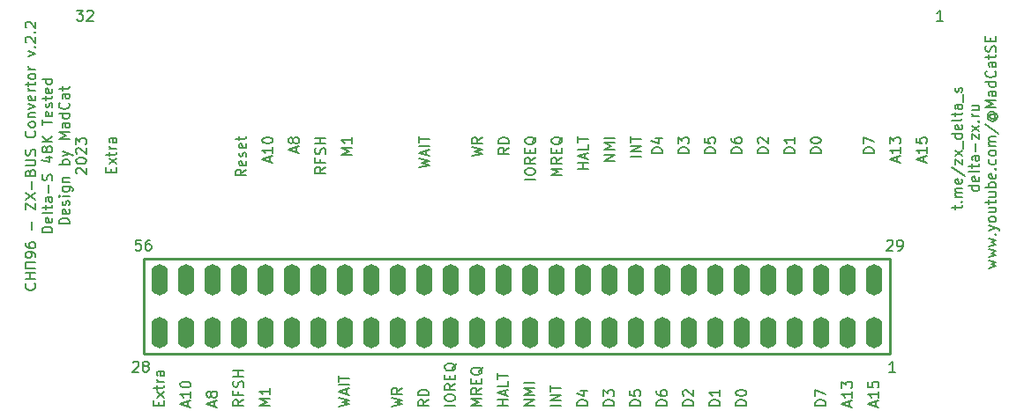
<source format=gbr>
%TF.GenerationSoftware,KiCad,Pcbnew,7.0.1*%
%TF.CreationDate,2023-06-05T11:34:12+03:00*%
%TF.ProjectId,DeltaS48k-convertor,44656c74-6153-4343-986b-2d636f6e7665,rev?*%
%TF.SameCoordinates,Original*%
%TF.FileFunction,Legend,Top*%
%TF.FilePolarity,Positive*%
%FSLAX46Y46*%
G04 Gerber Fmt 4.6, Leading zero omitted, Abs format (unit mm)*
G04 Created by KiCad (PCBNEW 7.0.1) date 2023-06-05 11:34:12*
%MOMM*%
%LPD*%
G01*
G04 APERTURE LIST*
%ADD10C,0.150000*%
%ADD11C,0.254000*%
%ADD12O,1.600000X3.000000*%
G04 APERTURE END LIST*
D10*
X90820904Y-58517619D02*
X90344714Y-58517619D01*
X90344714Y-58517619D02*
X90297095Y-58993809D01*
X90297095Y-58993809D02*
X90344714Y-58946190D01*
X90344714Y-58946190D02*
X90439952Y-58898571D01*
X90439952Y-58898571D02*
X90678047Y-58898571D01*
X90678047Y-58898571D02*
X90773285Y-58946190D01*
X90773285Y-58946190D02*
X90820904Y-58993809D01*
X90820904Y-58993809D02*
X90868523Y-59089047D01*
X90868523Y-59089047D02*
X90868523Y-59327142D01*
X90868523Y-59327142D02*
X90820904Y-59422380D01*
X90820904Y-59422380D02*
X90773285Y-59470000D01*
X90773285Y-59470000D02*
X90678047Y-59517619D01*
X90678047Y-59517619D02*
X90439952Y-59517619D01*
X90439952Y-59517619D02*
X90344714Y-59470000D01*
X90344714Y-59470000D02*
X90297095Y-59422380D01*
X91725666Y-58517619D02*
X91535190Y-58517619D01*
X91535190Y-58517619D02*
X91439952Y-58565238D01*
X91439952Y-58565238D02*
X91392333Y-58612857D01*
X91392333Y-58612857D02*
X91297095Y-58755714D01*
X91297095Y-58755714D02*
X91249476Y-58946190D01*
X91249476Y-58946190D02*
X91249476Y-59327142D01*
X91249476Y-59327142D02*
X91297095Y-59422380D01*
X91297095Y-59422380D02*
X91344714Y-59470000D01*
X91344714Y-59470000D02*
X91439952Y-59517619D01*
X91439952Y-59517619D02*
X91630428Y-59517619D01*
X91630428Y-59517619D02*
X91725666Y-59470000D01*
X91725666Y-59470000D02*
X91773285Y-59422380D01*
X91773285Y-59422380D02*
X91820904Y-59327142D01*
X91820904Y-59327142D02*
X91820904Y-59089047D01*
X91820904Y-59089047D02*
X91773285Y-58993809D01*
X91773285Y-58993809D02*
X91725666Y-58946190D01*
X91725666Y-58946190D02*
X91630428Y-58898571D01*
X91630428Y-58898571D02*
X91439952Y-58898571D01*
X91439952Y-58898571D02*
X91344714Y-58946190D01*
X91344714Y-58946190D02*
X91297095Y-58993809D01*
X91297095Y-58993809D02*
X91249476Y-59089047D01*
X133746639Y-51686495D02*
X132746639Y-51686495D01*
X133222829Y-51686495D02*
X133222829Y-51115067D01*
X133746639Y-51115067D02*
X132746639Y-51115067D01*
X133460924Y-50686495D02*
X133460924Y-50210305D01*
X133746639Y-50781733D02*
X132746639Y-50448400D01*
X132746639Y-50448400D02*
X133746639Y-50115067D01*
X133746639Y-49305543D02*
X133746639Y-49781733D01*
X133746639Y-49781733D02*
X132746639Y-49781733D01*
X132746639Y-49115066D02*
X132746639Y-48543638D01*
X133746639Y-48829352D02*
X132746639Y-48829352D01*
X103205619Y-74461475D02*
X102205619Y-74461475D01*
X102205619Y-74461475D02*
X102919904Y-74128142D01*
X102919904Y-74128142D02*
X102205619Y-73794809D01*
X102205619Y-73794809D02*
X103205619Y-73794809D01*
X103205619Y-72794809D02*
X103205619Y-73366237D01*
X103205619Y-73080523D02*
X102205619Y-73080523D01*
X102205619Y-73080523D02*
X102348476Y-73175761D01*
X102348476Y-73175761D02*
X102443714Y-73270999D01*
X102443714Y-73270999D02*
X102491333Y-73366237D01*
X126126639Y-49638877D02*
X125650448Y-49972210D01*
X126126639Y-50210305D02*
X125126639Y-50210305D01*
X125126639Y-50210305D02*
X125126639Y-49829353D01*
X125126639Y-49829353D02*
X125174258Y-49734115D01*
X125174258Y-49734115D02*
X125221877Y-49686496D01*
X125221877Y-49686496D02*
X125317115Y-49638877D01*
X125317115Y-49638877D02*
X125459972Y-49638877D01*
X125459972Y-49638877D02*
X125555210Y-49686496D01*
X125555210Y-49686496D02*
X125602829Y-49734115D01*
X125602829Y-49734115D02*
X125650448Y-49829353D01*
X125650448Y-49829353D02*
X125650448Y-50210305D01*
X126126639Y-49210305D02*
X125126639Y-49210305D01*
X125126639Y-49210305D02*
X125126639Y-48972210D01*
X125126639Y-48972210D02*
X125174258Y-48829353D01*
X125174258Y-48829353D02*
X125269496Y-48734115D01*
X125269496Y-48734115D02*
X125364734Y-48686496D01*
X125364734Y-48686496D02*
X125555210Y-48638877D01*
X125555210Y-48638877D02*
X125698067Y-48638877D01*
X125698067Y-48638877D02*
X125888543Y-48686496D01*
X125888543Y-48686496D02*
X125983781Y-48734115D01*
X125983781Y-48734115D02*
X126079020Y-48829353D01*
X126079020Y-48829353D02*
X126126639Y-48972210D01*
X126126639Y-48972210D02*
X126126639Y-49210305D01*
X161178639Y-50162686D02*
X160178639Y-50162686D01*
X160178639Y-50162686D02*
X160178639Y-49924591D01*
X160178639Y-49924591D02*
X160226258Y-49781734D01*
X160226258Y-49781734D02*
X160321496Y-49686496D01*
X160321496Y-49686496D02*
X160416734Y-49638877D01*
X160416734Y-49638877D02*
X160607210Y-49591258D01*
X160607210Y-49591258D02*
X160750067Y-49591258D01*
X160750067Y-49591258D02*
X160940543Y-49638877D01*
X160940543Y-49638877D02*
X161035781Y-49686496D01*
X161035781Y-49686496D02*
X161131020Y-49781734D01*
X161131020Y-49781734D02*
X161178639Y-49924591D01*
X161178639Y-49924591D02*
X161178639Y-50162686D01*
X160178639Y-49257924D02*
X160178639Y-48591258D01*
X160178639Y-48591258D02*
X161178639Y-49019829D01*
X136286639Y-50876972D02*
X135286639Y-50876972D01*
X135286639Y-50876972D02*
X136286639Y-50305544D01*
X136286639Y-50305544D02*
X135286639Y-50305544D01*
X136286639Y-49829353D02*
X135286639Y-49829353D01*
X135286639Y-49829353D02*
X136000924Y-49496020D01*
X136000924Y-49496020D02*
X135286639Y-49162687D01*
X135286639Y-49162687D02*
X136286639Y-49162687D01*
X136286639Y-48686496D02*
X135286639Y-48686496D01*
X161339904Y-74509094D02*
X161339904Y-74032904D01*
X161625619Y-74604332D02*
X160625619Y-74270999D01*
X160625619Y-74270999D02*
X161625619Y-73937666D01*
X161625619Y-73080523D02*
X161625619Y-73651951D01*
X161625619Y-73366237D02*
X160625619Y-73366237D01*
X160625619Y-73366237D02*
X160768476Y-73461475D01*
X160768476Y-73461475D02*
X160863714Y-73556713D01*
X160863714Y-73556713D02*
X160911333Y-73651951D01*
X160625619Y-72175761D02*
X160625619Y-72651951D01*
X160625619Y-72651951D02*
X161101809Y-72699570D01*
X161101809Y-72699570D02*
X161054190Y-72651951D01*
X161054190Y-72651951D02*
X161006571Y-72556713D01*
X161006571Y-72556713D02*
X161006571Y-72318618D01*
X161006571Y-72318618D02*
X161054190Y-72223380D01*
X161054190Y-72223380D02*
X161101809Y-72175761D01*
X161101809Y-72175761D02*
X161197047Y-72128142D01*
X161197047Y-72128142D02*
X161435142Y-72128142D01*
X161435142Y-72128142D02*
X161530380Y-72175761D01*
X161530380Y-72175761D02*
X161578000Y-72223380D01*
X161578000Y-72223380D02*
X161625619Y-72318618D01*
X161625619Y-72318618D02*
X161625619Y-72556713D01*
X161625619Y-72556713D02*
X161578000Y-72651951D01*
X161578000Y-72651951D02*
X161530380Y-72699570D01*
X131145619Y-74461475D02*
X130145619Y-74461475D01*
X131145619Y-73985285D02*
X130145619Y-73985285D01*
X130145619Y-73985285D02*
X131145619Y-73413857D01*
X131145619Y-73413857D02*
X130145619Y-73413857D01*
X130145619Y-73080523D02*
X130145619Y-72509095D01*
X131145619Y-72794809D02*
X130145619Y-72794809D01*
X151018639Y-50162686D02*
X150018639Y-50162686D01*
X150018639Y-50162686D02*
X150018639Y-49924591D01*
X150018639Y-49924591D02*
X150066258Y-49781734D01*
X150066258Y-49781734D02*
X150161496Y-49686496D01*
X150161496Y-49686496D02*
X150256734Y-49638877D01*
X150256734Y-49638877D02*
X150447210Y-49591258D01*
X150447210Y-49591258D02*
X150590067Y-49591258D01*
X150590067Y-49591258D02*
X150780543Y-49638877D01*
X150780543Y-49638877D02*
X150875781Y-49686496D01*
X150875781Y-49686496D02*
X150971020Y-49781734D01*
X150971020Y-49781734D02*
X151018639Y-49924591D01*
X151018639Y-49924591D02*
X151018639Y-50162686D01*
X150113877Y-49210305D02*
X150066258Y-49162686D01*
X150066258Y-49162686D02*
X150018639Y-49067448D01*
X150018639Y-49067448D02*
X150018639Y-48829353D01*
X150018639Y-48829353D02*
X150066258Y-48734115D01*
X150066258Y-48734115D02*
X150113877Y-48686496D01*
X150113877Y-48686496D02*
X150209115Y-48638877D01*
X150209115Y-48638877D02*
X150304353Y-48638877D01*
X150304353Y-48638877D02*
X150447210Y-48686496D01*
X150447210Y-48686496D02*
X151018639Y-49257924D01*
X151018639Y-49257924D02*
X151018639Y-48638877D01*
X143398639Y-50162686D02*
X142398639Y-50162686D01*
X142398639Y-50162686D02*
X142398639Y-49924591D01*
X142398639Y-49924591D02*
X142446258Y-49781734D01*
X142446258Y-49781734D02*
X142541496Y-49686496D01*
X142541496Y-49686496D02*
X142636734Y-49638877D01*
X142636734Y-49638877D02*
X142827210Y-49591258D01*
X142827210Y-49591258D02*
X142970067Y-49591258D01*
X142970067Y-49591258D02*
X143160543Y-49638877D01*
X143160543Y-49638877D02*
X143255781Y-49686496D01*
X143255781Y-49686496D02*
X143351020Y-49781734D01*
X143351020Y-49781734D02*
X143398639Y-49924591D01*
X143398639Y-49924591D02*
X143398639Y-50162686D01*
X142398639Y-49257924D02*
X142398639Y-48638877D01*
X142398639Y-48638877D02*
X142779591Y-48972210D01*
X142779591Y-48972210D02*
X142779591Y-48829353D01*
X142779591Y-48829353D02*
X142827210Y-48734115D01*
X142827210Y-48734115D02*
X142874829Y-48686496D01*
X142874829Y-48686496D02*
X142970067Y-48638877D01*
X142970067Y-48638877D02*
X143208162Y-48638877D01*
X143208162Y-48638877D02*
X143303400Y-48686496D01*
X143303400Y-48686496D02*
X143351020Y-48734115D01*
X143351020Y-48734115D02*
X143398639Y-48829353D01*
X143398639Y-48829353D02*
X143398639Y-49115067D01*
X143398639Y-49115067D02*
X143351020Y-49210305D01*
X143351020Y-49210305D02*
X143303400Y-49257924D01*
X122586639Y-50448400D02*
X123586639Y-50210305D01*
X123586639Y-50210305D02*
X122872353Y-50019829D01*
X122872353Y-50019829D02*
X123586639Y-49829353D01*
X123586639Y-49829353D02*
X122586639Y-49591258D01*
X123586639Y-48638877D02*
X123110448Y-48972210D01*
X123586639Y-49210305D02*
X122586639Y-49210305D01*
X122586639Y-49210305D02*
X122586639Y-48829353D01*
X122586639Y-48829353D02*
X122634258Y-48734115D01*
X122634258Y-48734115D02*
X122681877Y-48686496D01*
X122681877Y-48686496D02*
X122777115Y-48638877D01*
X122777115Y-48638877D02*
X122919972Y-48638877D01*
X122919972Y-48638877D02*
X123015210Y-48686496D01*
X123015210Y-48686496D02*
X123062829Y-48734115D01*
X123062829Y-48734115D02*
X123110448Y-48829353D01*
X123110448Y-48829353D02*
X123110448Y-49210305D01*
X153558639Y-50162686D02*
X152558639Y-50162686D01*
X152558639Y-50162686D02*
X152558639Y-49924591D01*
X152558639Y-49924591D02*
X152606258Y-49781734D01*
X152606258Y-49781734D02*
X152701496Y-49686496D01*
X152701496Y-49686496D02*
X152796734Y-49638877D01*
X152796734Y-49638877D02*
X152987210Y-49591258D01*
X152987210Y-49591258D02*
X153130067Y-49591258D01*
X153130067Y-49591258D02*
X153320543Y-49638877D01*
X153320543Y-49638877D02*
X153415781Y-49686496D01*
X153415781Y-49686496D02*
X153511020Y-49781734D01*
X153511020Y-49781734D02*
X153558639Y-49924591D01*
X153558639Y-49924591D02*
X153558639Y-50162686D01*
X153558639Y-48638877D02*
X153558639Y-49210305D01*
X153558639Y-48924591D02*
X152558639Y-48924591D01*
X152558639Y-48924591D02*
X152701496Y-49019829D01*
X152701496Y-49019829D02*
X152796734Y-49115067D01*
X152796734Y-49115067D02*
X152844353Y-49210305D01*
X109825619Y-74556713D02*
X110825619Y-74318618D01*
X110825619Y-74318618D02*
X110111333Y-74128142D01*
X110111333Y-74128142D02*
X110825619Y-73937666D01*
X110825619Y-73937666D02*
X109825619Y-73699571D01*
X110539904Y-73366237D02*
X110539904Y-72890047D01*
X110825619Y-73461475D02*
X109825619Y-73128142D01*
X109825619Y-73128142D02*
X110825619Y-72794809D01*
X110825619Y-72461475D02*
X109825619Y-72461475D01*
X109825619Y-72128142D02*
X109825619Y-71556714D01*
X110825619Y-71842428D02*
X109825619Y-71842428D01*
X87949809Y-52019829D02*
X87949809Y-51686496D01*
X88473619Y-51543639D02*
X88473619Y-52019829D01*
X88473619Y-52019829D02*
X87473619Y-52019829D01*
X87473619Y-52019829D02*
X87473619Y-51543639D01*
X88473619Y-51210305D02*
X87806952Y-50686496D01*
X87806952Y-51210305D02*
X88473619Y-50686496D01*
X87806952Y-50448400D02*
X87806952Y-50067448D01*
X87473619Y-50305543D02*
X88330761Y-50305543D01*
X88330761Y-50305543D02*
X88426000Y-50257924D01*
X88426000Y-50257924D02*
X88473619Y-50162686D01*
X88473619Y-50162686D02*
X88473619Y-50067448D01*
X88473619Y-49734114D02*
X87806952Y-49734114D01*
X87997428Y-49734114D02*
X87902190Y-49686495D01*
X87902190Y-49686495D02*
X87854571Y-49638876D01*
X87854571Y-49638876D02*
X87806952Y-49543638D01*
X87806952Y-49543638D02*
X87806952Y-49448400D01*
X88473619Y-48686495D02*
X87949809Y-48686495D01*
X87949809Y-48686495D02*
X87854571Y-48734114D01*
X87854571Y-48734114D02*
X87806952Y-48829352D01*
X87806952Y-48829352D02*
X87806952Y-49019828D01*
X87806952Y-49019828D02*
X87854571Y-49115066D01*
X88426000Y-48686495D02*
X88473619Y-48781733D01*
X88473619Y-48781733D02*
X88473619Y-49019828D01*
X88473619Y-49019828D02*
X88426000Y-49115066D01*
X88426000Y-49115066D02*
X88330761Y-49162685D01*
X88330761Y-49162685D02*
X88235523Y-49162685D01*
X88235523Y-49162685D02*
X88140285Y-49115066D01*
X88140285Y-49115066D02*
X88092666Y-49019828D01*
X88092666Y-49019828D02*
X88092666Y-48781733D01*
X88092666Y-48781733D02*
X88045047Y-48686495D01*
X90043095Y-70296857D02*
X90090714Y-70249238D01*
X90090714Y-70249238D02*
X90185952Y-70201619D01*
X90185952Y-70201619D02*
X90424047Y-70201619D01*
X90424047Y-70201619D02*
X90519285Y-70249238D01*
X90519285Y-70249238D02*
X90566904Y-70296857D01*
X90566904Y-70296857D02*
X90614523Y-70392095D01*
X90614523Y-70392095D02*
X90614523Y-70487333D01*
X90614523Y-70487333D02*
X90566904Y-70630190D01*
X90566904Y-70630190D02*
X89995476Y-71201619D01*
X89995476Y-71201619D02*
X90614523Y-71201619D01*
X91185952Y-70630190D02*
X91090714Y-70582571D01*
X91090714Y-70582571D02*
X91043095Y-70534952D01*
X91043095Y-70534952D02*
X90995476Y-70439714D01*
X90995476Y-70439714D02*
X90995476Y-70392095D01*
X90995476Y-70392095D02*
X91043095Y-70296857D01*
X91043095Y-70296857D02*
X91090714Y-70249238D01*
X91090714Y-70249238D02*
X91185952Y-70201619D01*
X91185952Y-70201619D02*
X91376428Y-70201619D01*
X91376428Y-70201619D02*
X91471666Y-70249238D01*
X91471666Y-70249238D02*
X91519285Y-70296857D01*
X91519285Y-70296857D02*
X91566904Y-70392095D01*
X91566904Y-70392095D02*
X91566904Y-70439714D01*
X91566904Y-70439714D02*
X91519285Y-70534952D01*
X91519285Y-70534952D02*
X91471666Y-70582571D01*
X91471666Y-70582571D02*
X91376428Y-70630190D01*
X91376428Y-70630190D02*
X91185952Y-70630190D01*
X91185952Y-70630190D02*
X91090714Y-70677809D01*
X91090714Y-70677809D02*
X91043095Y-70725428D01*
X91043095Y-70725428D02*
X90995476Y-70820666D01*
X90995476Y-70820666D02*
X90995476Y-71011142D01*
X90995476Y-71011142D02*
X91043095Y-71106380D01*
X91043095Y-71106380D02*
X91090714Y-71154000D01*
X91090714Y-71154000D02*
X91185952Y-71201619D01*
X91185952Y-71201619D02*
X91376428Y-71201619D01*
X91376428Y-71201619D02*
X91471666Y-71154000D01*
X91471666Y-71154000D02*
X91519285Y-71106380D01*
X91519285Y-71106380D02*
X91566904Y-71011142D01*
X91566904Y-71011142D02*
X91566904Y-70820666D01*
X91566904Y-70820666D02*
X91519285Y-70725428D01*
X91519285Y-70725428D02*
X91471666Y-70677809D01*
X91471666Y-70677809D02*
X91376428Y-70630190D01*
X128666639Y-52686495D02*
X127666639Y-52686495D01*
X127666639Y-52019829D02*
X127666639Y-51829353D01*
X127666639Y-51829353D02*
X127714258Y-51734115D01*
X127714258Y-51734115D02*
X127809496Y-51638877D01*
X127809496Y-51638877D02*
X127999972Y-51591258D01*
X127999972Y-51591258D02*
X128333305Y-51591258D01*
X128333305Y-51591258D02*
X128523781Y-51638877D01*
X128523781Y-51638877D02*
X128619020Y-51734115D01*
X128619020Y-51734115D02*
X128666639Y-51829353D01*
X128666639Y-51829353D02*
X128666639Y-52019829D01*
X128666639Y-52019829D02*
X128619020Y-52115067D01*
X128619020Y-52115067D02*
X128523781Y-52210305D01*
X128523781Y-52210305D02*
X128333305Y-52257924D01*
X128333305Y-52257924D02*
X127999972Y-52257924D01*
X127999972Y-52257924D02*
X127809496Y-52210305D01*
X127809496Y-52210305D02*
X127714258Y-52115067D01*
X127714258Y-52115067D02*
X127666639Y-52019829D01*
X128666639Y-50591258D02*
X128190448Y-50924591D01*
X128666639Y-51162686D02*
X127666639Y-51162686D01*
X127666639Y-51162686D02*
X127666639Y-50781734D01*
X127666639Y-50781734D02*
X127714258Y-50686496D01*
X127714258Y-50686496D02*
X127761877Y-50638877D01*
X127761877Y-50638877D02*
X127857115Y-50591258D01*
X127857115Y-50591258D02*
X127999972Y-50591258D01*
X127999972Y-50591258D02*
X128095210Y-50638877D01*
X128095210Y-50638877D02*
X128142829Y-50686496D01*
X128142829Y-50686496D02*
X128190448Y-50781734D01*
X128190448Y-50781734D02*
X128190448Y-51162686D01*
X128142829Y-50162686D02*
X128142829Y-49829353D01*
X128666639Y-49686496D02*
X128666639Y-50162686D01*
X128666639Y-50162686D02*
X127666639Y-50162686D01*
X127666639Y-50162686D02*
X127666639Y-49686496D01*
X128761877Y-48591258D02*
X128714258Y-48686496D01*
X128714258Y-48686496D02*
X128619020Y-48781734D01*
X128619020Y-48781734D02*
X128476162Y-48924591D01*
X128476162Y-48924591D02*
X128428543Y-49019829D01*
X128428543Y-49019829D02*
X128428543Y-49115067D01*
X128666639Y-49067448D02*
X128619020Y-49162686D01*
X128619020Y-49162686D02*
X128523781Y-49257924D01*
X128523781Y-49257924D02*
X128333305Y-49305543D01*
X128333305Y-49305543D02*
X127999972Y-49305543D01*
X127999972Y-49305543D02*
X127809496Y-49257924D01*
X127809496Y-49257924D02*
X127714258Y-49162686D01*
X127714258Y-49162686D02*
X127666639Y-49067448D01*
X127666639Y-49067448D02*
X127666639Y-48876972D01*
X127666639Y-48876972D02*
X127714258Y-48781734D01*
X127714258Y-48781734D02*
X127809496Y-48686496D01*
X127809496Y-48686496D02*
X127999972Y-48638877D01*
X127999972Y-48638877D02*
X128333305Y-48638877D01*
X128333305Y-48638877D02*
X128523781Y-48686496D01*
X128523781Y-48686496D02*
X128619020Y-48781734D01*
X128619020Y-48781734D02*
X128666639Y-48876972D01*
X128666639Y-48876972D02*
X128666639Y-49067448D01*
X140858639Y-50162686D02*
X139858639Y-50162686D01*
X139858639Y-50162686D02*
X139858639Y-49924591D01*
X139858639Y-49924591D02*
X139906258Y-49781734D01*
X139906258Y-49781734D02*
X140001496Y-49686496D01*
X140001496Y-49686496D02*
X140096734Y-49638877D01*
X140096734Y-49638877D02*
X140287210Y-49591258D01*
X140287210Y-49591258D02*
X140430067Y-49591258D01*
X140430067Y-49591258D02*
X140620543Y-49638877D01*
X140620543Y-49638877D02*
X140715781Y-49686496D01*
X140715781Y-49686496D02*
X140811020Y-49781734D01*
X140811020Y-49781734D02*
X140858639Y-49924591D01*
X140858639Y-49924591D02*
X140858639Y-50162686D01*
X140191972Y-48734115D02*
X140858639Y-48734115D01*
X139811020Y-48972210D02*
X140525305Y-49210305D01*
X140525305Y-49210305D02*
X140525305Y-48591258D01*
X143845619Y-74461475D02*
X142845619Y-74461475D01*
X142845619Y-74461475D02*
X142845619Y-74223380D01*
X142845619Y-74223380D02*
X142893238Y-74080523D01*
X142893238Y-74080523D02*
X142988476Y-73985285D01*
X142988476Y-73985285D02*
X143083714Y-73937666D01*
X143083714Y-73937666D02*
X143274190Y-73890047D01*
X143274190Y-73890047D02*
X143417047Y-73890047D01*
X143417047Y-73890047D02*
X143607523Y-73937666D01*
X143607523Y-73937666D02*
X143702761Y-73985285D01*
X143702761Y-73985285D02*
X143798000Y-74080523D01*
X143798000Y-74080523D02*
X143845619Y-74223380D01*
X143845619Y-74223380D02*
X143845619Y-74461475D01*
X142940857Y-73509094D02*
X142893238Y-73461475D01*
X142893238Y-73461475D02*
X142845619Y-73366237D01*
X142845619Y-73366237D02*
X142845619Y-73128142D01*
X142845619Y-73128142D02*
X142893238Y-73032904D01*
X142893238Y-73032904D02*
X142940857Y-72985285D01*
X142940857Y-72985285D02*
X143036095Y-72937666D01*
X143036095Y-72937666D02*
X143131333Y-72937666D01*
X143131333Y-72937666D02*
X143274190Y-72985285D01*
X143274190Y-72985285D02*
X143845619Y-73556713D01*
X143845619Y-73556713D02*
X143845619Y-72937666D01*
X120985619Y-74461475D02*
X119985619Y-74461475D01*
X119985619Y-73794809D02*
X119985619Y-73604333D01*
X119985619Y-73604333D02*
X120033238Y-73509095D01*
X120033238Y-73509095D02*
X120128476Y-73413857D01*
X120128476Y-73413857D02*
X120318952Y-73366238D01*
X120318952Y-73366238D02*
X120652285Y-73366238D01*
X120652285Y-73366238D02*
X120842761Y-73413857D01*
X120842761Y-73413857D02*
X120938000Y-73509095D01*
X120938000Y-73509095D02*
X120985619Y-73604333D01*
X120985619Y-73604333D02*
X120985619Y-73794809D01*
X120985619Y-73794809D02*
X120938000Y-73890047D01*
X120938000Y-73890047D02*
X120842761Y-73985285D01*
X120842761Y-73985285D02*
X120652285Y-74032904D01*
X120652285Y-74032904D02*
X120318952Y-74032904D01*
X120318952Y-74032904D02*
X120128476Y-73985285D01*
X120128476Y-73985285D02*
X120033238Y-73890047D01*
X120033238Y-73890047D02*
X119985619Y-73794809D01*
X120985619Y-72366238D02*
X120509428Y-72699571D01*
X120985619Y-72937666D02*
X119985619Y-72937666D01*
X119985619Y-72937666D02*
X119985619Y-72556714D01*
X119985619Y-72556714D02*
X120033238Y-72461476D01*
X120033238Y-72461476D02*
X120080857Y-72413857D01*
X120080857Y-72413857D02*
X120176095Y-72366238D01*
X120176095Y-72366238D02*
X120318952Y-72366238D01*
X120318952Y-72366238D02*
X120414190Y-72413857D01*
X120414190Y-72413857D02*
X120461809Y-72461476D01*
X120461809Y-72461476D02*
X120509428Y-72556714D01*
X120509428Y-72556714D02*
X120509428Y-72937666D01*
X120461809Y-71937666D02*
X120461809Y-71604333D01*
X120985619Y-71461476D02*
X120985619Y-71937666D01*
X120985619Y-71937666D02*
X119985619Y-71937666D01*
X119985619Y-71937666D02*
X119985619Y-71461476D01*
X121080857Y-70366238D02*
X121033238Y-70461476D01*
X121033238Y-70461476D02*
X120938000Y-70556714D01*
X120938000Y-70556714D02*
X120795142Y-70699571D01*
X120795142Y-70699571D02*
X120747523Y-70794809D01*
X120747523Y-70794809D02*
X120747523Y-70890047D01*
X120985619Y-70842428D02*
X120938000Y-70937666D01*
X120938000Y-70937666D02*
X120842761Y-71032904D01*
X120842761Y-71032904D02*
X120652285Y-71080523D01*
X120652285Y-71080523D02*
X120318952Y-71080523D01*
X120318952Y-71080523D02*
X120128476Y-71032904D01*
X120128476Y-71032904D02*
X120033238Y-70937666D01*
X120033238Y-70937666D02*
X119985619Y-70842428D01*
X119985619Y-70842428D02*
X119985619Y-70651952D01*
X119985619Y-70651952D02*
X120033238Y-70556714D01*
X120033238Y-70556714D02*
X120128476Y-70461476D01*
X120128476Y-70461476D02*
X120318952Y-70413857D01*
X120318952Y-70413857D02*
X120652285Y-70413857D01*
X120652285Y-70413857D02*
X120842761Y-70461476D01*
X120842761Y-70461476D02*
X120938000Y-70556714D01*
X120938000Y-70556714D02*
X120985619Y-70651952D01*
X120985619Y-70651952D02*
X120985619Y-70842428D01*
X100919619Y-51734115D02*
X100443428Y-52067448D01*
X100919619Y-52305543D02*
X99919619Y-52305543D01*
X99919619Y-52305543D02*
X99919619Y-51924591D01*
X99919619Y-51924591D02*
X99967238Y-51829353D01*
X99967238Y-51829353D02*
X100014857Y-51781734D01*
X100014857Y-51781734D02*
X100110095Y-51734115D01*
X100110095Y-51734115D02*
X100252952Y-51734115D01*
X100252952Y-51734115D02*
X100348190Y-51781734D01*
X100348190Y-51781734D02*
X100395809Y-51829353D01*
X100395809Y-51829353D02*
X100443428Y-51924591D01*
X100443428Y-51924591D02*
X100443428Y-52305543D01*
X100872000Y-50924591D02*
X100919619Y-51019829D01*
X100919619Y-51019829D02*
X100919619Y-51210305D01*
X100919619Y-51210305D02*
X100872000Y-51305543D01*
X100872000Y-51305543D02*
X100776761Y-51353162D01*
X100776761Y-51353162D02*
X100395809Y-51353162D01*
X100395809Y-51353162D02*
X100300571Y-51305543D01*
X100300571Y-51305543D02*
X100252952Y-51210305D01*
X100252952Y-51210305D02*
X100252952Y-51019829D01*
X100252952Y-51019829D02*
X100300571Y-50924591D01*
X100300571Y-50924591D02*
X100395809Y-50876972D01*
X100395809Y-50876972D02*
X100491047Y-50876972D01*
X100491047Y-50876972D02*
X100586285Y-51353162D01*
X100872000Y-50496019D02*
X100919619Y-50400781D01*
X100919619Y-50400781D02*
X100919619Y-50210305D01*
X100919619Y-50210305D02*
X100872000Y-50115067D01*
X100872000Y-50115067D02*
X100776761Y-50067448D01*
X100776761Y-50067448D02*
X100729142Y-50067448D01*
X100729142Y-50067448D02*
X100633904Y-50115067D01*
X100633904Y-50115067D02*
X100586285Y-50210305D01*
X100586285Y-50210305D02*
X100586285Y-50353162D01*
X100586285Y-50353162D02*
X100538666Y-50448400D01*
X100538666Y-50448400D02*
X100443428Y-50496019D01*
X100443428Y-50496019D02*
X100395809Y-50496019D01*
X100395809Y-50496019D02*
X100300571Y-50448400D01*
X100300571Y-50448400D02*
X100252952Y-50353162D01*
X100252952Y-50353162D02*
X100252952Y-50210305D01*
X100252952Y-50210305D02*
X100300571Y-50115067D01*
X100872000Y-49257924D02*
X100919619Y-49353162D01*
X100919619Y-49353162D02*
X100919619Y-49543638D01*
X100919619Y-49543638D02*
X100872000Y-49638876D01*
X100872000Y-49638876D02*
X100776761Y-49686495D01*
X100776761Y-49686495D02*
X100395809Y-49686495D01*
X100395809Y-49686495D02*
X100300571Y-49638876D01*
X100300571Y-49638876D02*
X100252952Y-49543638D01*
X100252952Y-49543638D02*
X100252952Y-49353162D01*
X100252952Y-49353162D02*
X100300571Y-49257924D01*
X100300571Y-49257924D02*
X100395809Y-49210305D01*
X100395809Y-49210305D02*
X100491047Y-49210305D01*
X100491047Y-49210305D02*
X100586285Y-49686495D01*
X100252952Y-48924590D02*
X100252952Y-48543638D01*
X99919619Y-48781733D02*
X100776761Y-48781733D01*
X100776761Y-48781733D02*
X100872000Y-48734114D01*
X100872000Y-48734114D02*
X100919619Y-48638876D01*
X100919619Y-48638876D02*
X100919619Y-48543638D01*
X158799904Y-74509094D02*
X158799904Y-74032904D01*
X159085619Y-74604332D02*
X158085619Y-74270999D01*
X158085619Y-74270999D02*
X159085619Y-73937666D01*
X159085619Y-73080523D02*
X159085619Y-73651951D01*
X159085619Y-73366237D02*
X158085619Y-73366237D01*
X158085619Y-73366237D02*
X158228476Y-73461475D01*
X158228476Y-73461475D02*
X158323714Y-73556713D01*
X158323714Y-73556713D02*
X158371333Y-73651951D01*
X158085619Y-72747189D02*
X158085619Y-72128142D01*
X158085619Y-72128142D02*
X158466571Y-72461475D01*
X158466571Y-72461475D02*
X158466571Y-72318618D01*
X158466571Y-72318618D02*
X158514190Y-72223380D01*
X158514190Y-72223380D02*
X158561809Y-72175761D01*
X158561809Y-72175761D02*
X158657047Y-72128142D01*
X158657047Y-72128142D02*
X158895142Y-72128142D01*
X158895142Y-72128142D02*
X158990380Y-72175761D01*
X158990380Y-72175761D02*
X159038000Y-72223380D01*
X159038000Y-72223380D02*
X159085619Y-72318618D01*
X159085619Y-72318618D02*
X159085619Y-72604332D01*
X159085619Y-72604332D02*
X159038000Y-72699570D01*
X159038000Y-72699570D02*
X158990380Y-72747189D01*
X114905619Y-74556713D02*
X115905619Y-74318618D01*
X115905619Y-74318618D02*
X115191333Y-74128142D01*
X115191333Y-74128142D02*
X115905619Y-73937666D01*
X115905619Y-73937666D02*
X114905619Y-73699571D01*
X115905619Y-72747190D02*
X115429428Y-73080523D01*
X115905619Y-73318618D02*
X114905619Y-73318618D01*
X114905619Y-73318618D02*
X114905619Y-72937666D01*
X114905619Y-72937666D02*
X114953238Y-72842428D01*
X114953238Y-72842428D02*
X115000857Y-72794809D01*
X115000857Y-72794809D02*
X115096095Y-72747190D01*
X115096095Y-72747190D02*
X115238952Y-72747190D01*
X115238952Y-72747190D02*
X115334190Y-72794809D01*
X115334190Y-72794809D02*
X115381809Y-72842428D01*
X115381809Y-72842428D02*
X115429428Y-72937666D01*
X115429428Y-72937666D02*
X115429428Y-73318618D01*
X111079619Y-50305543D02*
X110079619Y-50305543D01*
X110079619Y-50305543D02*
X110793904Y-49972210D01*
X110793904Y-49972210D02*
X110079619Y-49638877D01*
X110079619Y-49638877D02*
X111079619Y-49638877D01*
X111079619Y-48638877D02*
X111079619Y-49210305D01*
X111079619Y-48924591D02*
X110079619Y-48924591D01*
X110079619Y-48924591D02*
X110222476Y-49019829D01*
X110222476Y-49019829D02*
X110317714Y-49115067D01*
X110317714Y-49115067D02*
X110365333Y-49210305D01*
X162433095Y-58612857D02*
X162480714Y-58565238D01*
X162480714Y-58565238D02*
X162575952Y-58517619D01*
X162575952Y-58517619D02*
X162814047Y-58517619D01*
X162814047Y-58517619D02*
X162909285Y-58565238D01*
X162909285Y-58565238D02*
X162956904Y-58612857D01*
X162956904Y-58612857D02*
X163004523Y-58708095D01*
X163004523Y-58708095D02*
X163004523Y-58803333D01*
X163004523Y-58803333D02*
X162956904Y-58946190D01*
X162956904Y-58946190D02*
X162385476Y-59517619D01*
X162385476Y-59517619D02*
X163004523Y-59517619D01*
X163480714Y-59517619D02*
X163671190Y-59517619D01*
X163671190Y-59517619D02*
X163766428Y-59470000D01*
X163766428Y-59470000D02*
X163814047Y-59422380D01*
X163814047Y-59422380D02*
X163909285Y-59279523D01*
X163909285Y-59279523D02*
X163956904Y-59089047D01*
X163956904Y-59089047D02*
X163956904Y-58708095D01*
X163956904Y-58708095D02*
X163909285Y-58612857D01*
X163909285Y-58612857D02*
X163861666Y-58565238D01*
X163861666Y-58565238D02*
X163766428Y-58517619D01*
X163766428Y-58517619D02*
X163575952Y-58517619D01*
X163575952Y-58517619D02*
X163480714Y-58565238D01*
X163480714Y-58565238D02*
X163433095Y-58612857D01*
X163433095Y-58612857D02*
X163385476Y-58708095D01*
X163385476Y-58708095D02*
X163385476Y-58946190D01*
X163385476Y-58946190D02*
X163433095Y-59041428D01*
X163433095Y-59041428D02*
X163480714Y-59089047D01*
X163480714Y-59089047D02*
X163575952Y-59136666D01*
X163575952Y-59136666D02*
X163766428Y-59136666D01*
X163766428Y-59136666D02*
X163861666Y-59089047D01*
X163861666Y-59089047D02*
X163909285Y-59041428D01*
X163909285Y-59041428D02*
X163956904Y-58946190D01*
X80614380Y-62704715D02*
X80662000Y-62752334D01*
X80662000Y-62752334D02*
X80709619Y-62895191D01*
X80709619Y-62895191D02*
X80709619Y-62990429D01*
X80709619Y-62990429D02*
X80662000Y-63133286D01*
X80662000Y-63133286D02*
X80566761Y-63228524D01*
X80566761Y-63228524D02*
X80471523Y-63276143D01*
X80471523Y-63276143D02*
X80281047Y-63323762D01*
X80281047Y-63323762D02*
X80138190Y-63323762D01*
X80138190Y-63323762D02*
X79947714Y-63276143D01*
X79947714Y-63276143D02*
X79852476Y-63228524D01*
X79852476Y-63228524D02*
X79757238Y-63133286D01*
X79757238Y-63133286D02*
X79709619Y-62990429D01*
X79709619Y-62990429D02*
X79709619Y-62895191D01*
X79709619Y-62895191D02*
X79757238Y-62752334D01*
X79757238Y-62752334D02*
X79804857Y-62704715D01*
X80709619Y-62276143D02*
X79709619Y-62276143D01*
X80185809Y-62276143D02*
X80185809Y-61704715D01*
X80709619Y-61704715D02*
X79709619Y-61704715D01*
X80709619Y-61228524D02*
X79709619Y-61228524D01*
X79709619Y-61228524D02*
X79709619Y-60657096D01*
X79709619Y-60657096D02*
X80709619Y-60657096D01*
X80709619Y-60133286D02*
X80709619Y-59942810D01*
X80709619Y-59942810D02*
X80662000Y-59847572D01*
X80662000Y-59847572D02*
X80614380Y-59799953D01*
X80614380Y-59799953D02*
X80471523Y-59704715D01*
X80471523Y-59704715D02*
X80281047Y-59657096D01*
X80281047Y-59657096D02*
X79900095Y-59657096D01*
X79900095Y-59657096D02*
X79804857Y-59704715D01*
X79804857Y-59704715D02*
X79757238Y-59752334D01*
X79757238Y-59752334D02*
X79709619Y-59847572D01*
X79709619Y-59847572D02*
X79709619Y-60038048D01*
X79709619Y-60038048D02*
X79757238Y-60133286D01*
X79757238Y-60133286D02*
X79804857Y-60180905D01*
X79804857Y-60180905D02*
X79900095Y-60228524D01*
X79900095Y-60228524D02*
X80138190Y-60228524D01*
X80138190Y-60228524D02*
X80233428Y-60180905D01*
X80233428Y-60180905D02*
X80281047Y-60133286D01*
X80281047Y-60133286D02*
X80328666Y-60038048D01*
X80328666Y-60038048D02*
X80328666Y-59847572D01*
X80328666Y-59847572D02*
X80281047Y-59752334D01*
X80281047Y-59752334D02*
X80233428Y-59704715D01*
X80233428Y-59704715D02*
X80138190Y-59657096D01*
X79709619Y-58799953D02*
X79709619Y-58990429D01*
X79709619Y-58990429D02*
X79757238Y-59085667D01*
X79757238Y-59085667D02*
X79804857Y-59133286D01*
X79804857Y-59133286D02*
X79947714Y-59228524D01*
X79947714Y-59228524D02*
X80138190Y-59276143D01*
X80138190Y-59276143D02*
X80519142Y-59276143D01*
X80519142Y-59276143D02*
X80614380Y-59228524D01*
X80614380Y-59228524D02*
X80662000Y-59180905D01*
X80662000Y-59180905D02*
X80709619Y-59085667D01*
X80709619Y-59085667D02*
X80709619Y-58895191D01*
X80709619Y-58895191D02*
X80662000Y-58799953D01*
X80662000Y-58799953D02*
X80614380Y-58752334D01*
X80614380Y-58752334D02*
X80519142Y-58704715D01*
X80519142Y-58704715D02*
X80281047Y-58704715D01*
X80281047Y-58704715D02*
X80185809Y-58752334D01*
X80185809Y-58752334D02*
X80138190Y-58799953D01*
X80138190Y-58799953D02*
X80090571Y-58895191D01*
X80090571Y-58895191D02*
X80090571Y-59085667D01*
X80090571Y-59085667D02*
X80138190Y-59180905D01*
X80138190Y-59180905D02*
X80185809Y-59228524D01*
X80185809Y-59228524D02*
X80281047Y-59276143D01*
X80328666Y-57514238D02*
X80328666Y-56752334D01*
X79709619Y-55609476D02*
X79709619Y-54942810D01*
X79709619Y-54942810D02*
X80709619Y-55609476D01*
X80709619Y-55609476D02*
X80709619Y-54942810D01*
X79709619Y-54657095D02*
X80709619Y-53990429D01*
X79709619Y-53990429D02*
X80709619Y-54657095D01*
X80328666Y-53609476D02*
X80328666Y-52847572D01*
X80185809Y-52038048D02*
X80233428Y-51895191D01*
X80233428Y-51895191D02*
X80281047Y-51847572D01*
X80281047Y-51847572D02*
X80376285Y-51799953D01*
X80376285Y-51799953D02*
X80519142Y-51799953D01*
X80519142Y-51799953D02*
X80614380Y-51847572D01*
X80614380Y-51847572D02*
X80662000Y-51895191D01*
X80662000Y-51895191D02*
X80709619Y-51990429D01*
X80709619Y-51990429D02*
X80709619Y-52371381D01*
X80709619Y-52371381D02*
X79709619Y-52371381D01*
X79709619Y-52371381D02*
X79709619Y-52038048D01*
X79709619Y-52038048D02*
X79757238Y-51942810D01*
X79757238Y-51942810D02*
X79804857Y-51895191D01*
X79804857Y-51895191D02*
X79900095Y-51847572D01*
X79900095Y-51847572D02*
X79995333Y-51847572D01*
X79995333Y-51847572D02*
X80090571Y-51895191D01*
X80090571Y-51895191D02*
X80138190Y-51942810D01*
X80138190Y-51942810D02*
X80185809Y-52038048D01*
X80185809Y-52038048D02*
X80185809Y-52371381D01*
X79709619Y-51371381D02*
X80519142Y-51371381D01*
X80519142Y-51371381D02*
X80614380Y-51323762D01*
X80614380Y-51323762D02*
X80662000Y-51276143D01*
X80662000Y-51276143D02*
X80709619Y-51180905D01*
X80709619Y-51180905D02*
X80709619Y-50990429D01*
X80709619Y-50990429D02*
X80662000Y-50895191D01*
X80662000Y-50895191D02*
X80614380Y-50847572D01*
X80614380Y-50847572D02*
X80519142Y-50799953D01*
X80519142Y-50799953D02*
X79709619Y-50799953D01*
X80662000Y-50371381D02*
X80709619Y-50228524D01*
X80709619Y-50228524D02*
X80709619Y-49990429D01*
X80709619Y-49990429D02*
X80662000Y-49895191D01*
X80662000Y-49895191D02*
X80614380Y-49847572D01*
X80614380Y-49847572D02*
X80519142Y-49799953D01*
X80519142Y-49799953D02*
X80423904Y-49799953D01*
X80423904Y-49799953D02*
X80328666Y-49847572D01*
X80328666Y-49847572D02*
X80281047Y-49895191D01*
X80281047Y-49895191D02*
X80233428Y-49990429D01*
X80233428Y-49990429D02*
X80185809Y-50180905D01*
X80185809Y-50180905D02*
X80138190Y-50276143D01*
X80138190Y-50276143D02*
X80090571Y-50323762D01*
X80090571Y-50323762D02*
X79995333Y-50371381D01*
X79995333Y-50371381D02*
X79900095Y-50371381D01*
X79900095Y-50371381D02*
X79804857Y-50323762D01*
X79804857Y-50323762D02*
X79757238Y-50276143D01*
X79757238Y-50276143D02*
X79709619Y-50180905D01*
X79709619Y-50180905D02*
X79709619Y-49942810D01*
X79709619Y-49942810D02*
X79757238Y-49799953D01*
X80614380Y-48038048D02*
X80662000Y-48085667D01*
X80662000Y-48085667D02*
X80709619Y-48228524D01*
X80709619Y-48228524D02*
X80709619Y-48323762D01*
X80709619Y-48323762D02*
X80662000Y-48466619D01*
X80662000Y-48466619D02*
X80566761Y-48561857D01*
X80566761Y-48561857D02*
X80471523Y-48609476D01*
X80471523Y-48609476D02*
X80281047Y-48657095D01*
X80281047Y-48657095D02*
X80138190Y-48657095D01*
X80138190Y-48657095D02*
X79947714Y-48609476D01*
X79947714Y-48609476D02*
X79852476Y-48561857D01*
X79852476Y-48561857D02*
X79757238Y-48466619D01*
X79757238Y-48466619D02*
X79709619Y-48323762D01*
X79709619Y-48323762D02*
X79709619Y-48228524D01*
X79709619Y-48228524D02*
X79757238Y-48085667D01*
X79757238Y-48085667D02*
X79804857Y-48038048D01*
X80709619Y-47466619D02*
X80662000Y-47561857D01*
X80662000Y-47561857D02*
X80614380Y-47609476D01*
X80614380Y-47609476D02*
X80519142Y-47657095D01*
X80519142Y-47657095D02*
X80233428Y-47657095D01*
X80233428Y-47657095D02*
X80138190Y-47609476D01*
X80138190Y-47609476D02*
X80090571Y-47561857D01*
X80090571Y-47561857D02*
X80042952Y-47466619D01*
X80042952Y-47466619D02*
X80042952Y-47323762D01*
X80042952Y-47323762D02*
X80090571Y-47228524D01*
X80090571Y-47228524D02*
X80138190Y-47180905D01*
X80138190Y-47180905D02*
X80233428Y-47133286D01*
X80233428Y-47133286D02*
X80519142Y-47133286D01*
X80519142Y-47133286D02*
X80614380Y-47180905D01*
X80614380Y-47180905D02*
X80662000Y-47228524D01*
X80662000Y-47228524D02*
X80709619Y-47323762D01*
X80709619Y-47323762D02*
X80709619Y-47466619D01*
X80042952Y-46704714D02*
X80709619Y-46704714D01*
X80138190Y-46704714D02*
X80090571Y-46657095D01*
X80090571Y-46657095D02*
X80042952Y-46561857D01*
X80042952Y-46561857D02*
X80042952Y-46419000D01*
X80042952Y-46419000D02*
X80090571Y-46323762D01*
X80090571Y-46323762D02*
X80185809Y-46276143D01*
X80185809Y-46276143D02*
X80709619Y-46276143D01*
X80042952Y-45895190D02*
X80709619Y-45657095D01*
X80709619Y-45657095D02*
X80042952Y-45419000D01*
X80662000Y-44657095D02*
X80709619Y-44752333D01*
X80709619Y-44752333D02*
X80709619Y-44942809D01*
X80709619Y-44942809D02*
X80662000Y-45038047D01*
X80662000Y-45038047D02*
X80566761Y-45085666D01*
X80566761Y-45085666D02*
X80185809Y-45085666D01*
X80185809Y-45085666D02*
X80090571Y-45038047D01*
X80090571Y-45038047D02*
X80042952Y-44942809D01*
X80042952Y-44942809D02*
X80042952Y-44752333D01*
X80042952Y-44752333D02*
X80090571Y-44657095D01*
X80090571Y-44657095D02*
X80185809Y-44609476D01*
X80185809Y-44609476D02*
X80281047Y-44609476D01*
X80281047Y-44609476D02*
X80376285Y-45085666D01*
X80709619Y-44180904D02*
X80042952Y-44180904D01*
X80233428Y-44180904D02*
X80138190Y-44133285D01*
X80138190Y-44133285D02*
X80090571Y-44085666D01*
X80090571Y-44085666D02*
X80042952Y-43990428D01*
X80042952Y-43990428D02*
X80042952Y-43895190D01*
X80042952Y-43704713D02*
X80042952Y-43323761D01*
X79709619Y-43561856D02*
X80566761Y-43561856D01*
X80566761Y-43561856D02*
X80662000Y-43514237D01*
X80662000Y-43514237D02*
X80709619Y-43418999D01*
X80709619Y-43418999D02*
X80709619Y-43323761D01*
X80709619Y-42847570D02*
X80662000Y-42942808D01*
X80662000Y-42942808D02*
X80614380Y-42990427D01*
X80614380Y-42990427D02*
X80519142Y-43038046D01*
X80519142Y-43038046D02*
X80233428Y-43038046D01*
X80233428Y-43038046D02*
X80138190Y-42990427D01*
X80138190Y-42990427D02*
X80090571Y-42942808D01*
X80090571Y-42942808D02*
X80042952Y-42847570D01*
X80042952Y-42847570D02*
X80042952Y-42704713D01*
X80042952Y-42704713D02*
X80090571Y-42609475D01*
X80090571Y-42609475D02*
X80138190Y-42561856D01*
X80138190Y-42561856D02*
X80233428Y-42514237D01*
X80233428Y-42514237D02*
X80519142Y-42514237D01*
X80519142Y-42514237D02*
X80614380Y-42561856D01*
X80614380Y-42561856D02*
X80662000Y-42609475D01*
X80662000Y-42609475D02*
X80709619Y-42704713D01*
X80709619Y-42704713D02*
X80709619Y-42847570D01*
X80709619Y-42085665D02*
X80042952Y-42085665D01*
X80233428Y-42085665D02*
X80138190Y-42038046D01*
X80138190Y-42038046D02*
X80090571Y-41990427D01*
X80090571Y-41990427D02*
X80042952Y-41895189D01*
X80042952Y-41895189D02*
X80042952Y-41799951D01*
X80042952Y-40799950D02*
X80709619Y-40561855D01*
X80709619Y-40561855D02*
X80042952Y-40323760D01*
X80614380Y-39942807D02*
X80662000Y-39895188D01*
X80662000Y-39895188D02*
X80709619Y-39942807D01*
X80709619Y-39942807D02*
X80662000Y-39990426D01*
X80662000Y-39990426D02*
X80614380Y-39942807D01*
X80614380Y-39942807D02*
X80709619Y-39942807D01*
X79804857Y-39514236D02*
X79757238Y-39466617D01*
X79757238Y-39466617D02*
X79709619Y-39371379D01*
X79709619Y-39371379D02*
X79709619Y-39133284D01*
X79709619Y-39133284D02*
X79757238Y-39038046D01*
X79757238Y-39038046D02*
X79804857Y-38990427D01*
X79804857Y-38990427D02*
X79900095Y-38942808D01*
X79900095Y-38942808D02*
X79995333Y-38942808D01*
X79995333Y-38942808D02*
X80138190Y-38990427D01*
X80138190Y-38990427D02*
X80709619Y-39561855D01*
X80709619Y-39561855D02*
X80709619Y-38942808D01*
X80614380Y-38514236D02*
X80662000Y-38466617D01*
X80662000Y-38466617D02*
X80709619Y-38514236D01*
X80709619Y-38514236D02*
X80662000Y-38561855D01*
X80662000Y-38561855D02*
X80614380Y-38514236D01*
X80614380Y-38514236D02*
X80709619Y-38514236D01*
X79804857Y-38085665D02*
X79757238Y-38038046D01*
X79757238Y-38038046D02*
X79709619Y-37942808D01*
X79709619Y-37942808D02*
X79709619Y-37704713D01*
X79709619Y-37704713D02*
X79757238Y-37609475D01*
X79757238Y-37609475D02*
X79804857Y-37561856D01*
X79804857Y-37561856D02*
X79900095Y-37514237D01*
X79900095Y-37514237D02*
X79995333Y-37514237D01*
X79995333Y-37514237D02*
X80138190Y-37561856D01*
X80138190Y-37561856D02*
X80709619Y-38133284D01*
X80709619Y-38133284D02*
X80709619Y-37514237D01*
X82329619Y-57799953D02*
X81329619Y-57799953D01*
X81329619Y-57799953D02*
X81329619Y-57561858D01*
X81329619Y-57561858D02*
X81377238Y-57419001D01*
X81377238Y-57419001D02*
X81472476Y-57323763D01*
X81472476Y-57323763D02*
X81567714Y-57276144D01*
X81567714Y-57276144D02*
X81758190Y-57228525D01*
X81758190Y-57228525D02*
X81901047Y-57228525D01*
X81901047Y-57228525D02*
X82091523Y-57276144D01*
X82091523Y-57276144D02*
X82186761Y-57323763D01*
X82186761Y-57323763D02*
X82282000Y-57419001D01*
X82282000Y-57419001D02*
X82329619Y-57561858D01*
X82329619Y-57561858D02*
X82329619Y-57799953D01*
X82282000Y-56419001D02*
X82329619Y-56514239D01*
X82329619Y-56514239D02*
X82329619Y-56704715D01*
X82329619Y-56704715D02*
X82282000Y-56799953D01*
X82282000Y-56799953D02*
X82186761Y-56847572D01*
X82186761Y-56847572D02*
X81805809Y-56847572D01*
X81805809Y-56847572D02*
X81710571Y-56799953D01*
X81710571Y-56799953D02*
X81662952Y-56704715D01*
X81662952Y-56704715D02*
X81662952Y-56514239D01*
X81662952Y-56514239D02*
X81710571Y-56419001D01*
X81710571Y-56419001D02*
X81805809Y-56371382D01*
X81805809Y-56371382D02*
X81901047Y-56371382D01*
X81901047Y-56371382D02*
X81996285Y-56847572D01*
X82329619Y-55799953D02*
X82282000Y-55895191D01*
X82282000Y-55895191D02*
X82186761Y-55942810D01*
X82186761Y-55942810D02*
X81329619Y-55942810D01*
X81662952Y-55561857D02*
X81662952Y-55180905D01*
X81329619Y-55419000D02*
X82186761Y-55419000D01*
X82186761Y-55419000D02*
X82282000Y-55371381D01*
X82282000Y-55371381D02*
X82329619Y-55276143D01*
X82329619Y-55276143D02*
X82329619Y-55180905D01*
X82329619Y-54419000D02*
X81805809Y-54419000D01*
X81805809Y-54419000D02*
X81710571Y-54466619D01*
X81710571Y-54466619D02*
X81662952Y-54561857D01*
X81662952Y-54561857D02*
X81662952Y-54752333D01*
X81662952Y-54752333D02*
X81710571Y-54847571D01*
X82282000Y-54419000D02*
X82329619Y-54514238D01*
X82329619Y-54514238D02*
X82329619Y-54752333D01*
X82329619Y-54752333D02*
X82282000Y-54847571D01*
X82282000Y-54847571D02*
X82186761Y-54895190D01*
X82186761Y-54895190D02*
X82091523Y-54895190D01*
X82091523Y-54895190D02*
X81996285Y-54847571D01*
X81996285Y-54847571D02*
X81948666Y-54752333D01*
X81948666Y-54752333D02*
X81948666Y-54514238D01*
X81948666Y-54514238D02*
X81901047Y-54419000D01*
X81948666Y-53942809D02*
X81948666Y-53180905D01*
X82282000Y-52752333D02*
X82329619Y-52609476D01*
X82329619Y-52609476D02*
X82329619Y-52371381D01*
X82329619Y-52371381D02*
X82282000Y-52276143D01*
X82282000Y-52276143D02*
X82234380Y-52228524D01*
X82234380Y-52228524D02*
X82139142Y-52180905D01*
X82139142Y-52180905D02*
X82043904Y-52180905D01*
X82043904Y-52180905D02*
X81948666Y-52228524D01*
X81948666Y-52228524D02*
X81901047Y-52276143D01*
X81901047Y-52276143D02*
X81853428Y-52371381D01*
X81853428Y-52371381D02*
X81805809Y-52561857D01*
X81805809Y-52561857D02*
X81758190Y-52657095D01*
X81758190Y-52657095D02*
X81710571Y-52704714D01*
X81710571Y-52704714D02*
X81615333Y-52752333D01*
X81615333Y-52752333D02*
X81520095Y-52752333D01*
X81520095Y-52752333D02*
X81424857Y-52704714D01*
X81424857Y-52704714D02*
X81377238Y-52657095D01*
X81377238Y-52657095D02*
X81329619Y-52561857D01*
X81329619Y-52561857D02*
X81329619Y-52323762D01*
X81329619Y-52323762D02*
X81377238Y-52180905D01*
X81662952Y-50561857D02*
X82329619Y-50561857D01*
X81282000Y-50799952D02*
X81996285Y-51038047D01*
X81996285Y-51038047D02*
X81996285Y-50419000D01*
X81758190Y-49895190D02*
X81710571Y-49990428D01*
X81710571Y-49990428D02*
X81662952Y-50038047D01*
X81662952Y-50038047D02*
X81567714Y-50085666D01*
X81567714Y-50085666D02*
X81520095Y-50085666D01*
X81520095Y-50085666D02*
X81424857Y-50038047D01*
X81424857Y-50038047D02*
X81377238Y-49990428D01*
X81377238Y-49990428D02*
X81329619Y-49895190D01*
X81329619Y-49895190D02*
X81329619Y-49704714D01*
X81329619Y-49704714D02*
X81377238Y-49609476D01*
X81377238Y-49609476D02*
X81424857Y-49561857D01*
X81424857Y-49561857D02*
X81520095Y-49514238D01*
X81520095Y-49514238D02*
X81567714Y-49514238D01*
X81567714Y-49514238D02*
X81662952Y-49561857D01*
X81662952Y-49561857D02*
X81710571Y-49609476D01*
X81710571Y-49609476D02*
X81758190Y-49704714D01*
X81758190Y-49704714D02*
X81758190Y-49895190D01*
X81758190Y-49895190D02*
X81805809Y-49990428D01*
X81805809Y-49990428D02*
X81853428Y-50038047D01*
X81853428Y-50038047D02*
X81948666Y-50085666D01*
X81948666Y-50085666D02*
X82139142Y-50085666D01*
X82139142Y-50085666D02*
X82234380Y-50038047D01*
X82234380Y-50038047D02*
X82282000Y-49990428D01*
X82282000Y-49990428D02*
X82329619Y-49895190D01*
X82329619Y-49895190D02*
X82329619Y-49704714D01*
X82329619Y-49704714D02*
X82282000Y-49609476D01*
X82282000Y-49609476D02*
X82234380Y-49561857D01*
X82234380Y-49561857D02*
X82139142Y-49514238D01*
X82139142Y-49514238D02*
X81948666Y-49514238D01*
X81948666Y-49514238D02*
X81853428Y-49561857D01*
X81853428Y-49561857D02*
X81805809Y-49609476D01*
X81805809Y-49609476D02*
X81758190Y-49704714D01*
X82329619Y-49085666D02*
X81329619Y-49085666D01*
X82329619Y-48514238D02*
X81758190Y-48942809D01*
X81329619Y-48514238D02*
X81901047Y-49085666D01*
X81329619Y-47466618D02*
X81329619Y-46895190D01*
X82329619Y-47180904D02*
X81329619Y-47180904D01*
X82282000Y-46180904D02*
X82329619Y-46276142D01*
X82329619Y-46276142D02*
X82329619Y-46466618D01*
X82329619Y-46466618D02*
X82282000Y-46561856D01*
X82282000Y-46561856D02*
X82186761Y-46609475D01*
X82186761Y-46609475D02*
X81805809Y-46609475D01*
X81805809Y-46609475D02*
X81710571Y-46561856D01*
X81710571Y-46561856D02*
X81662952Y-46466618D01*
X81662952Y-46466618D02*
X81662952Y-46276142D01*
X81662952Y-46276142D02*
X81710571Y-46180904D01*
X81710571Y-46180904D02*
X81805809Y-46133285D01*
X81805809Y-46133285D02*
X81901047Y-46133285D01*
X81901047Y-46133285D02*
X81996285Y-46609475D01*
X82282000Y-45752332D02*
X82329619Y-45657094D01*
X82329619Y-45657094D02*
X82329619Y-45466618D01*
X82329619Y-45466618D02*
X82282000Y-45371380D01*
X82282000Y-45371380D02*
X82186761Y-45323761D01*
X82186761Y-45323761D02*
X82139142Y-45323761D01*
X82139142Y-45323761D02*
X82043904Y-45371380D01*
X82043904Y-45371380D02*
X81996285Y-45466618D01*
X81996285Y-45466618D02*
X81996285Y-45609475D01*
X81996285Y-45609475D02*
X81948666Y-45704713D01*
X81948666Y-45704713D02*
X81853428Y-45752332D01*
X81853428Y-45752332D02*
X81805809Y-45752332D01*
X81805809Y-45752332D02*
X81710571Y-45704713D01*
X81710571Y-45704713D02*
X81662952Y-45609475D01*
X81662952Y-45609475D02*
X81662952Y-45466618D01*
X81662952Y-45466618D02*
X81710571Y-45371380D01*
X81662952Y-45038046D02*
X81662952Y-44657094D01*
X81329619Y-44895189D02*
X82186761Y-44895189D01*
X82186761Y-44895189D02*
X82282000Y-44847570D01*
X82282000Y-44847570D02*
X82329619Y-44752332D01*
X82329619Y-44752332D02*
X82329619Y-44657094D01*
X82282000Y-43942808D02*
X82329619Y-44038046D01*
X82329619Y-44038046D02*
X82329619Y-44228522D01*
X82329619Y-44228522D02*
X82282000Y-44323760D01*
X82282000Y-44323760D02*
X82186761Y-44371379D01*
X82186761Y-44371379D02*
X81805809Y-44371379D01*
X81805809Y-44371379D02*
X81710571Y-44323760D01*
X81710571Y-44323760D02*
X81662952Y-44228522D01*
X81662952Y-44228522D02*
X81662952Y-44038046D01*
X81662952Y-44038046D02*
X81710571Y-43942808D01*
X81710571Y-43942808D02*
X81805809Y-43895189D01*
X81805809Y-43895189D02*
X81901047Y-43895189D01*
X81901047Y-43895189D02*
X81996285Y-44371379D01*
X82329619Y-43038046D02*
X81329619Y-43038046D01*
X82282000Y-43038046D02*
X82329619Y-43133284D01*
X82329619Y-43133284D02*
X82329619Y-43323760D01*
X82329619Y-43323760D02*
X82282000Y-43418998D01*
X82282000Y-43418998D02*
X82234380Y-43466617D01*
X82234380Y-43466617D02*
X82139142Y-43514236D01*
X82139142Y-43514236D02*
X81853428Y-43514236D01*
X81853428Y-43514236D02*
X81758190Y-43466617D01*
X81758190Y-43466617D02*
X81710571Y-43418998D01*
X81710571Y-43418998D02*
X81662952Y-43323760D01*
X81662952Y-43323760D02*
X81662952Y-43133284D01*
X81662952Y-43133284D02*
X81710571Y-43038046D01*
X83949619Y-56966619D02*
X82949619Y-56966619D01*
X82949619Y-56966619D02*
X82949619Y-56728524D01*
X82949619Y-56728524D02*
X82997238Y-56585667D01*
X82997238Y-56585667D02*
X83092476Y-56490429D01*
X83092476Y-56490429D02*
X83187714Y-56442810D01*
X83187714Y-56442810D02*
X83378190Y-56395191D01*
X83378190Y-56395191D02*
X83521047Y-56395191D01*
X83521047Y-56395191D02*
X83711523Y-56442810D01*
X83711523Y-56442810D02*
X83806761Y-56490429D01*
X83806761Y-56490429D02*
X83902000Y-56585667D01*
X83902000Y-56585667D02*
X83949619Y-56728524D01*
X83949619Y-56728524D02*
X83949619Y-56966619D01*
X83902000Y-55585667D02*
X83949619Y-55680905D01*
X83949619Y-55680905D02*
X83949619Y-55871381D01*
X83949619Y-55871381D02*
X83902000Y-55966619D01*
X83902000Y-55966619D02*
X83806761Y-56014238D01*
X83806761Y-56014238D02*
X83425809Y-56014238D01*
X83425809Y-56014238D02*
X83330571Y-55966619D01*
X83330571Y-55966619D02*
X83282952Y-55871381D01*
X83282952Y-55871381D02*
X83282952Y-55680905D01*
X83282952Y-55680905D02*
X83330571Y-55585667D01*
X83330571Y-55585667D02*
X83425809Y-55538048D01*
X83425809Y-55538048D02*
X83521047Y-55538048D01*
X83521047Y-55538048D02*
X83616285Y-56014238D01*
X83902000Y-55157095D02*
X83949619Y-55061857D01*
X83949619Y-55061857D02*
X83949619Y-54871381D01*
X83949619Y-54871381D02*
X83902000Y-54776143D01*
X83902000Y-54776143D02*
X83806761Y-54728524D01*
X83806761Y-54728524D02*
X83759142Y-54728524D01*
X83759142Y-54728524D02*
X83663904Y-54776143D01*
X83663904Y-54776143D02*
X83616285Y-54871381D01*
X83616285Y-54871381D02*
X83616285Y-55014238D01*
X83616285Y-55014238D02*
X83568666Y-55109476D01*
X83568666Y-55109476D02*
X83473428Y-55157095D01*
X83473428Y-55157095D02*
X83425809Y-55157095D01*
X83425809Y-55157095D02*
X83330571Y-55109476D01*
X83330571Y-55109476D02*
X83282952Y-55014238D01*
X83282952Y-55014238D02*
X83282952Y-54871381D01*
X83282952Y-54871381D02*
X83330571Y-54776143D01*
X83949619Y-54299952D02*
X83282952Y-54299952D01*
X82949619Y-54299952D02*
X82997238Y-54347571D01*
X82997238Y-54347571D02*
X83044857Y-54299952D01*
X83044857Y-54299952D02*
X82997238Y-54252333D01*
X82997238Y-54252333D02*
X82949619Y-54299952D01*
X82949619Y-54299952D02*
X83044857Y-54299952D01*
X83282952Y-53395191D02*
X84092476Y-53395191D01*
X84092476Y-53395191D02*
X84187714Y-53442810D01*
X84187714Y-53442810D02*
X84235333Y-53490429D01*
X84235333Y-53490429D02*
X84282952Y-53585667D01*
X84282952Y-53585667D02*
X84282952Y-53728524D01*
X84282952Y-53728524D02*
X84235333Y-53823762D01*
X83902000Y-53395191D02*
X83949619Y-53490429D01*
X83949619Y-53490429D02*
X83949619Y-53680905D01*
X83949619Y-53680905D02*
X83902000Y-53776143D01*
X83902000Y-53776143D02*
X83854380Y-53823762D01*
X83854380Y-53823762D02*
X83759142Y-53871381D01*
X83759142Y-53871381D02*
X83473428Y-53871381D01*
X83473428Y-53871381D02*
X83378190Y-53823762D01*
X83378190Y-53823762D02*
X83330571Y-53776143D01*
X83330571Y-53776143D02*
X83282952Y-53680905D01*
X83282952Y-53680905D02*
X83282952Y-53490429D01*
X83282952Y-53490429D02*
X83330571Y-53395191D01*
X83282952Y-52919000D02*
X83949619Y-52919000D01*
X83378190Y-52919000D02*
X83330571Y-52871381D01*
X83330571Y-52871381D02*
X83282952Y-52776143D01*
X83282952Y-52776143D02*
X83282952Y-52633286D01*
X83282952Y-52633286D02*
X83330571Y-52538048D01*
X83330571Y-52538048D02*
X83425809Y-52490429D01*
X83425809Y-52490429D02*
X83949619Y-52490429D01*
X83949619Y-51252333D02*
X82949619Y-51252333D01*
X83330571Y-51252333D02*
X83282952Y-51157095D01*
X83282952Y-51157095D02*
X83282952Y-50966619D01*
X83282952Y-50966619D02*
X83330571Y-50871381D01*
X83330571Y-50871381D02*
X83378190Y-50823762D01*
X83378190Y-50823762D02*
X83473428Y-50776143D01*
X83473428Y-50776143D02*
X83759142Y-50776143D01*
X83759142Y-50776143D02*
X83854380Y-50823762D01*
X83854380Y-50823762D02*
X83902000Y-50871381D01*
X83902000Y-50871381D02*
X83949619Y-50966619D01*
X83949619Y-50966619D02*
X83949619Y-51157095D01*
X83949619Y-51157095D02*
X83902000Y-51252333D01*
X83282952Y-50442809D02*
X83949619Y-50204714D01*
X83282952Y-49966619D02*
X83949619Y-50204714D01*
X83949619Y-50204714D02*
X84187714Y-50299952D01*
X84187714Y-50299952D02*
X84235333Y-50347571D01*
X84235333Y-50347571D02*
X84282952Y-50442809D01*
X83949619Y-48823761D02*
X82949619Y-48823761D01*
X82949619Y-48823761D02*
X83663904Y-48490428D01*
X83663904Y-48490428D02*
X82949619Y-48157095D01*
X82949619Y-48157095D02*
X83949619Y-48157095D01*
X83949619Y-47252333D02*
X83425809Y-47252333D01*
X83425809Y-47252333D02*
X83330571Y-47299952D01*
X83330571Y-47299952D02*
X83282952Y-47395190D01*
X83282952Y-47395190D02*
X83282952Y-47585666D01*
X83282952Y-47585666D02*
X83330571Y-47680904D01*
X83902000Y-47252333D02*
X83949619Y-47347571D01*
X83949619Y-47347571D02*
X83949619Y-47585666D01*
X83949619Y-47585666D02*
X83902000Y-47680904D01*
X83902000Y-47680904D02*
X83806761Y-47728523D01*
X83806761Y-47728523D02*
X83711523Y-47728523D01*
X83711523Y-47728523D02*
X83616285Y-47680904D01*
X83616285Y-47680904D02*
X83568666Y-47585666D01*
X83568666Y-47585666D02*
X83568666Y-47347571D01*
X83568666Y-47347571D02*
X83521047Y-47252333D01*
X83949619Y-46347571D02*
X82949619Y-46347571D01*
X83902000Y-46347571D02*
X83949619Y-46442809D01*
X83949619Y-46442809D02*
X83949619Y-46633285D01*
X83949619Y-46633285D02*
X83902000Y-46728523D01*
X83902000Y-46728523D02*
X83854380Y-46776142D01*
X83854380Y-46776142D02*
X83759142Y-46823761D01*
X83759142Y-46823761D02*
X83473428Y-46823761D01*
X83473428Y-46823761D02*
X83378190Y-46776142D01*
X83378190Y-46776142D02*
X83330571Y-46728523D01*
X83330571Y-46728523D02*
X83282952Y-46633285D01*
X83282952Y-46633285D02*
X83282952Y-46442809D01*
X83282952Y-46442809D02*
X83330571Y-46347571D01*
X83854380Y-45299952D02*
X83902000Y-45347571D01*
X83902000Y-45347571D02*
X83949619Y-45490428D01*
X83949619Y-45490428D02*
X83949619Y-45585666D01*
X83949619Y-45585666D02*
X83902000Y-45728523D01*
X83902000Y-45728523D02*
X83806761Y-45823761D01*
X83806761Y-45823761D02*
X83711523Y-45871380D01*
X83711523Y-45871380D02*
X83521047Y-45918999D01*
X83521047Y-45918999D02*
X83378190Y-45918999D01*
X83378190Y-45918999D02*
X83187714Y-45871380D01*
X83187714Y-45871380D02*
X83092476Y-45823761D01*
X83092476Y-45823761D02*
X82997238Y-45728523D01*
X82997238Y-45728523D02*
X82949619Y-45585666D01*
X82949619Y-45585666D02*
X82949619Y-45490428D01*
X82949619Y-45490428D02*
X82997238Y-45347571D01*
X82997238Y-45347571D02*
X83044857Y-45299952D01*
X83949619Y-44442809D02*
X83425809Y-44442809D01*
X83425809Y-44442809D02*
X83330571Y-44490428D01*
X83330571Y-44490428D02*
X83282952Y-44585666D01*
X83282952Y-44585666D02*
X83282952Y-44776142D01*
X83282952Y-44776142D02*
X83330571Y-44871380D01*
X83902000Y-44442809D02*
X83949619Y-44538047D01*
X83949619Y-44538047D02*
X83949619Y-44776142D01*
X83949619Y-44776142D02*
X83902000Y-44871380D01*
X83902000Y-44871380D02*
X83806761Y-44918999D01*
X83806761Y-44918999D02*
X83711523Y-44918999D01*
X83711523Y-44918999D02*
X83616285Y-44871380D01*
X83616285Y-44871380D02*
X83568666Y-44776142D01*
X83568666Y-44776142D02*
X83568666Y-44538047D01*
X83568666Y-44538047D02*
X83521047Y-44442809D01*
X83282952Y-44109475D02*
X83282952Y-43728523D01*
X82949619Y-43966618D02*
X83806761Y-43966618D01*
X83806761Y-43966618D02*
X83902000Y-43918999D01*
X83902000Y-43918999D02*
X83949619Y-43823761D01*
X83949619Y-43823761D02*
X83949619Y-43728523D01*
X84664857Y-52133285D02*
X84617238Y-52085666D01*
X84617238Y-52085666D02*
X84569619Y-51990428D01*
X84569619Y-51990428D02*
X84569619Y-51752333D01*
X84569619Y-51752333D02*
X84617238Y-51657095D01*
X84617238Y-51657095D02*
X84664857Y-51609476D01*
X84664857Y-51609476D02*
X84760095Y-51561857D01*
X84760095Y-51561857D02*
X84855333Y-51561857D01*
X84855333Y-51561857D02*
X84998190Y-51609476D01*
X84998190Y-51609476D02*
X85569619Y-52180904D01*
X85569619Y-52180904D02*
X85569619Y-51561857D01*
X84569619Y-50942809D02*
X84569619Y-50847571D01*
X84569619Y-50847571D02*
X84617238Y-50752333D01*
X84617238Y-50752333D02*
X84664857Y-50704714D01*
X84664857Y-50704714D02*
X84760095Y-50657095D01*
X84760095Y-50657095D02*
X84950571Y-50609476D01*
X84950571Y-50609476D02*
X85188666Y-50609476D01*
X85188666Y-50609476D02*
X85379142Y-50657095D01*
X85379142Y-50657095D02*
X85474380Y-50704714D01*
X85474380Y-50704714D02*
X85522000Y-50752333D01*
X85522000Y-50752333D02*
X85569619Y-50847571D01*
X85569619Y-50847571D02*
X85569619Y-50942809D01*
X85569619Y-50942809D02*
X85522000Y-51038047D01*
X85522000Y-51038047D02*
X85474380Y-51085666D01*
X85474380Y-51085666D02*
X85379142Y-51133285D01*
X85379142Y-51133285D02*
X85188666Y-51180904D01*
X85188666Y-51180904D02*
X84950571Y-51180904D01*
X84950571Y-51180904D02*
X84760095Y-51133285D01*
X84760095Y-51133285D02*
X84664857Y-51085666D01*
X84664857Y-51085666D02*
X84617238Y-51038047D01*
X84617238Y-51038047D02*
X84569619Y-50942809D01*
X84664857Y-50228523D02*
X84617238Y-50180904D01*
X84617238Y-50180904D02*
X84569619Y-50085666D01*
X84569619Y-50085666D02*
X84569619Y-49847571D01*
X84569619Y-49847571D02*
X84617238Y-49752333D01*
X84617238Y-49752333D02*
X84664857Y-49704714D01*
X84664857Y-49704714D02*
X84760095Y-49657095D01*
X84760095Y-49657095D02*
X84855333Y-49657095D01*
X84855333Y-49657095D02*
X84998190Y-49704714D01*
X84998190Y-49704714D02*
X85569619Y-50276142D01*
X85569619Y-50276142D02*
X85569619Y-49657095D01*
X84569619Y-49323761D02*
X84569619Y-48704714D01*
X84569619Y-48704714D02*
X84950571Y-49038047D01*
X84950571Y-49038047D02*
X84950571Y-48895190D01*
X84950571Y-48895190D02*
X84998190Y-48799952D01*
X84998190Y-48799952D02*
X85045809Y-48752333D01*
X85045809Y-48752333D02*
X85141047Y-48704714D01*
X85141047Y-48704714D02*
X85379142Y-48704714D01*
X85379142Y-48704714D02*
X85474380Y-48752333D01*
X85474380Y-48752333D02*
X85522000Y-48799952D01*
X85522000Y-48799952D02*
X85569619Y-48895190D01*
X85569619Y-48895190D02*
X85569619Y-49180904D01*
X85569619Y-49180904D02*
X85522000Y-49276142D01*
X85522000Y-49276142D02*
X85474380Y-49323761D01*
X123525619Y-74461475D02*
X122525619Y-74461475D01*
X122525619Y-74461475D02*
X123239904Y-74128142D01*
X123239904Y-74128142D02*
X122525619Y-73794809D01*
X122525619Y-73794809D02*
X123525619Y-73794809D01*
X123525619Y-72747190D02*
X123049428Y-73080523D01*
X123525619Y-73318618D02*
X122525619Y-73318618D01*
X122525619Y-73318618D02*
X122525619Y-72937666D01*
X122525619Y-72937666D02*
X122573238Y-72842428D01*
X122573238Y-72842428D02*
X122620857Y-72794809D01*
X122620857Y-72794809D02*
X122716095Y-72747190D01*
X122716095Y-72747190D02*
X122858952Y-72747190D01*
X122858952Y-72747190D02*
X122954190Y-72794809D01*
X122954190Y-72794809D02*
X123001809Y-72842428D01*
X123001809Y-72842428D02*
X123049428Y-72937666D01*
X123049428Y-72937666D02*
X123049428Y-73318618D01*
X123001809Y-72318618D02*
X123001809Y-71985285D01*
X123525619Y-71842428D02*
X123525619Y-72318618D01*
X123525619Y-72318618D02*
X122525619Y-72318618D01*
X122525619Y-72318618D02*
X122525619Y-71842428D01*
X123620857Y-70747190D02*
X123573238Y-70842428D01*
X123573238Y-70842428D02*
X123478000Y-70937666D01*
X123478000Y-70937666D02*
X123335142Y-71080523D01*
X123335142Y-71080523D02*
X123287523Y-71175761D01*
X123287523Y-71175761D02*
X123287523Y-71270999D01*
X123525619Y-71223380D02*
X123478000Y-71318618D01*
X123478000Y-71318618D02*
X123382761Y-71413856D01*
X123382761Y-71413856D02*
X123192285Y-71461475D01*
X123192285Y-71461475D02*
X122858952Y-71461475D01*
X122858952Y-71461475D02*
X122668476Y-71413856D01*
X122668476Y-71413856D02*
X122573238Y-71318618D01*
X122573238Y-71318618D02*
X122525619Y-71223380D01*
X122525619Y-71223380D02*
X122525619Y-71032904D01*
X122525619Y-71032904D02*
X122573238Y-70937666D01*
X122573238Y-70937666D02*
X122668476Y-70842428D01*
X122668476Y-70842428D02*
X122858952Y-70794809D01*
X122858952Y-70794809D02*
X123192285Y-70794809D01*
X123192285Y-70794809D02*
X123382761Y-70842428D01*
X123382761Y-70842428D02*
X123478000Y-70937666D01*
X123478000Y-70937666D02*
X123525619Y-71032904D01*
X123525619Y-71032904D02*
X123525619Y-71223380D01*
X138765619Y-74461475D02*
X137765619Y-74461475D01*
X137765619Y-74461475D02*
X137765619Y-74223380D01*
X137765619Y-74223380D02*
X137813238Y-74080523D01*
X137813238Y-74080523D02*
X137908476Y-73985285D01*
X137908476Y-73985285D02*
X138003714Y-73937666D01*
X138003714Y-73937666D02*
X138194190Y-73890047D01*
X138194190Y-73890047D02*
X138337047Y-73890047D01*
X138337047Y-73890047D02*
X138527523Y-73937666D01*
X138527523Y-73937666D02*
X138622761Y-73985285D01*
X138622761Y-73985285D02*
X138718000Y-74080523D01*
X138718000Y-74080523D02*
X138765619Y-74223380D01*
X138765619Y-74223380D02*
X138765619Y-74461475D01*
X137765619Y-72985285D02*
X137765619Y-73461475D01*
X137765619Y-73461475D02*
X138241809Y-73509094D01*
X138241809Y-73509094D02*
X138194190Y-73461475D01*
X138194190Y-73461475D02*
X138146571Y-73366237D01*
X138146571Y-73366237D02*
X138146571Y-73128142D01*
X138146571Y-73128142D02*
X138194190Y-73032904D01*
X138194190Y-73032904D02*
X138241809Y-72985285D01*
X138241809Y-72985285D02*
X138337047Y-72937666D01*
X138337047Y-72937666D02*
X138575142Y-72937666D01*
X138575142Y-72937666D02*
X138670380Y-72985285D01*
X138670380Y-72985285D02*
X138718000Y-73032904D01*
X138718000Y-73032904D02*
X138765619Y-73128142D01*
X138765619Y-73128142D02*
X138765619Y-73366237D01*
X138765619Y-73366237D02*
X138718000Y-73461475D01*
X138718000Y-73461475D02*
X138670380Y-73509094D01*
X165972924Y-51019829D02*
X165972924Y-50543639D01*
X166258639Y-51115067D02*
X165258639Y-50781734D01*
X165258639Y-50781734D02*
X166258639Y-50448401D01*
X166258639Y-49591258D02*
X166258639Y-50162686D01*
X166258639Y-49876972D02*
X165258639Y-49876972D01*
X165258639Y-49876972D02*
X165401496Y-49972210D01*
X165401496Y-49972210D02*
X165496734Y-50067448D01*
X165496734Y-50067448D02*
X165544353Y-50162686D01*
X165258639Y-48686496D02*
X165258639Y-49162686D01*
X165258639Y-49162686D02*
X165734829Y-49210305D01*
X165734829Y-49210305D02*
X165687210Y-49162686D01*
X165687210Y-49162686D02*
X165639591Y-49067448D01*
X165639591Y-49067448D02*
X165639591Y-48829353D01*
X165639591Y-48829353D02*
X165687210Y-48734115D01*
X165687210Y-48734115D02*
X165734829Y-48686496D01*
X165734829Y-48686496D02*
X165830067Y-48638877D01*
X165830067Y-48638877D02*
X166068162Y-48638877D01*
X166068162Y-48638877D02*
X166163400Y-48686496D01*
X166163400Y-48686496D02*
X166211020Y-48734115D01*
X166211020Y-48734115D02*
X166258639Y-48829353D01*
X166258639Y-48829353D02*
X166258639Y-49067448D01*
X166258639Y-49067448D02*
X166211020Y-49162686D01*
X166211020Y-49162686D02*
X166163400Y-49210305D01*
X148478639Y-50162686D02*
X147478639Y-50162686D01*
X147478639Y-50162686D02*
X147478639Y-49924591D01*
X147478639Y-49924591D02*
X147526258Y-49781734D01*
X147526258Y-49781734D02*
X147621496Y-49686496D01*
X147621496Y-49686496D02*
X147716734Y-49638877D01*
X147716734Y-49638877D02*
X147907210Y-49591258D01*
X147907210Y-49591258D02*
X148050067Y-49591258D01*
X148050067Y-49591258D02*
X148240543Y-49638877D01*
X148240543Y-49638877D02*
X148335781Y-49686496D01*
X148335781Y-49686496D02*
X148431020Y-49781734D01*
X148431020Y-49781734D02*
X148478639Y-49924591D01*
X148478639Y-49924591D02*
X148478639Y-50162686D01*
X147478639Y-48734115D02*
X147478639Y-48924591D01*
X147478639Y-48924591D02*
X147526258Y-49019829D01*
X147526258Y-49019829D02*
X147573877Y-49067448D01*
X147573877Y-49067448D02*
X147716734Y-49162686D01*
X147716734Y-49162686D02*
X147907210Y-49210305D01*
X147907210Y-49210305D02*
X148288162Y-49210305D01*
X148288162Y-49210305D02*
X148383400Y-49162686D01*
X148383400Y-49162686D02*
X148431020Y-49115067D01*
X148431020Y-49115067D02*
X148478639Y-49019829D01*
X148478639Y-49019829D02*
X148478639Y-48829353D01*
X148478639Y-48829353D02*
X148431020Y-48734115D01*
X148431020Y-48734115D02*
X148383400Y-48686496D01*
X148383400Y-48686496D02*
X148288162Y-48638877D01*
X148288162Y-48638877D02*
X148050067Y-48638877D01*
X148050067Y-48638877D02*
X147954829Y-48686496D01*
X147954829Y-48686496D02*
X147907210Y-48734115D01*
X147907210Y-48734115D02*
X147859591Y-48829353D01*
X147859591Y-48829353D02*
X147859591Y-49019829D01*
X147859591Y-49019829D02*
X147907210Y-49115067D01*
X147907210Y-49115067D02*
X147954829Y-49162686D01*
X147954829Y-49162686D02*
X148050067Y-49210305D01*
X97839904Y-74509094D02*
X97839904Y-74032904D01*
X98125619Y-74604332D02*
X97125619Y-74270999D01*
X97125619Y-74270999D02*
X98125619Y-73937666D01*
X97554190Y-73461475D02*
X97506571Y-73556713D01*
X97506571Y-73556713D02*
X97458952Y-73604332D01*
X97458952Y-73604332D02*
X97363714Y-73651951D01*
X97363714Y-73651951D02*
X97316095Y-73651951D01*
X97316095Y-73651951D02*
X97220857Y-73604332D01*
X97220857Y-73604332D02*
X97173238Y-73556713D01*
X97173238Y-73556713D02*
X97125619Y-73461475D01*
X97125619Y-73461475D02*
X97125619Y-73270999D01*
X97125619Y-73270999D02*
X97173238Y-73175761D01*
X97173238Y-73175761D02*
X97220857Y-73128142D01*
X97220857Y-73128142D02*
X97316095Y-73080523D01*
X97316095Y-73080523D02*
X97363714Y-73080523D01*
X97363714Y-73080523D02*
X97458952Y-73128142D01*
X97458952Y-73128142D02*
X97506571Y-73175761D01*
X97506571Y-73175761D02*
X97554190Y-73270999D01*
X97554190Y-73270999D02*
X97554190Y-73461475D01*
X97554190Y-73461475D02*
X97601809Y-73556713D01*
X97601809Y-73556713D02*
X97649428Y-73604332D01*
X97649428Y-73604332D02*
X97744666Y-73651951D01*
X97744666Y-73651951D02*
X97935142Y-73651951D01*
X97935142Y-73651951D02*
X98030380Y-73604332D01*
X98030380Y-73604332D02*
X98078000Y-73556713D01*
X98078000Y-73556713D02*
X98125619Y-73461475D01*
X98125619Y-73461475D02*
X98125619Y-73270999D01*
X98125619Y-73270999D02*
X98078000Y-73175761D01*
X98078000Y-73175761D02*
X98030380Y-73128142D01*
X98030380Y-73128142D02*
X97935142Y-73080523D01*
X97935142Y-73080523D02*
X97744666Y-73080523D01*
X97744666Y-73080523D02*
X97649428Y-73128142D01*
X97649428Y-73128142D02*
X97601809Y-73175761D01*
X97601809Y-73175761D02*
X97554190Y-73270999D01*
X145938639Y-50162686D02*
X144938639Y-50162686D01*
X144938639Y-50162686D02*
X144938639Y-49924591D01*
X144938639Y-49924591D02*
X144986258Y-49781734D01*
X144986258Y-49781734D02*
X145081496Y-49686496D01*
X145081496Y-49686496D02*
X145176734Y-49638877D01*
X145176734Y-49638877D02*
X145367210Y-49591258D01*
X145367210Y-49591258D02*
X145510067Y-49591258D01*
X145510067Y-49591258D02*
X145700543Y-49638877D01*
X145700543Y-49638877D02*
X145795781Y-49686496D01*
X145795781Y-49686496D02*
X145891020Y-49781734D01*
X145891020Y-49781734D02*
X145938639Y-49924591D01*
X145938639Y-49924591D02*
X145938639Y-50162686D01*
X144938639Y-48686496D02*
X144938639Y-49162686D01*
X144938639Y-49162686D02*
X145414829Y-49210305D01*
X145414829Y-49210305D02*
X145367210Y-49162686D01*
X145367210Y-49162686D02*
X145319591Y-49067448D01*
X145319591Y-49067448D02*
X145319591Y-48829353D01*
X145319591Y-48829353D02*
X145367210Y-48734115D01*
X145367210Y-48734115D02*
X145414829Y-48686496D01*
X145414829Y-48686496D02*
X145510067Y-48638877D01*
X145510067Y-48638877D02*
X145748162Y-48638877D01*
X145748162Y-48638877D02*
X145843400Y-48686496D01*
X145843400Y-48686496D02*
X145891020Y-48734115D01*
X145891020Y-48734115D02*
X145938639Y-48829353D01*
X145938639Y-48829353D02*
X145938639Y-49067448D01*
X145938639Y-49067448D02*
X145891020Y-49162686D01*
X145891020Y-49162686D02*
X145843400Y-49210305D01*
X156098639Y-50162686D02*
X155098639Y-50162686D01*
X155098639Y-50162686D02*
X155098639Y-49924591D01*
X155098639Y-49924591D02*
X155146258Y-49781734D01*
X155146258Y-49781734D02*
X155241496Y-49686496D01*
X155241496Y-49686496D02*
X155336734Y-49638877D01*
X155336734Y-49638877D02*
X155527210Y-49591258D01*
X155527210Y-49591258D02*
X155670067Y-49591258D01*
X155670067Y-49591258D02*
X155860543Y-49638877D01*
X155860543Y-49638877D02*
X155955781Y-49686496D01*
X155955781Y-49686496D02*
X156051020Y-49781734D01*
X156051020Y-49781734D02*
X156098639Y-49924591D01*
X156098639Y-49924591D02*
X156098639Y-50162686D01*
X155098639Y-48972210D02*
X155098639Y-48876972D01*
X155098639Y-48876972D02*
X155146258Y-48781734D01*
X155146258Y-48781734D02*
X155193877Y-48734115D01*
X155193877Y-48734115D02*
X155289115Y-48686496D01*
X155289115Y-48686496D02*
X155479591Y-48638877D01*
X155479591Y-48638877D02*
X155717686Y-48638877D01*
X155717686Y-48638877D02*
X155908162Y-48686496D01*
X155908162Y-48686496D02*
X156003400Y-48734115D01*
X156003400Y-48734115D02*
X156051020Y-48781734D01*
X156051020Y-48781734D02*
X156098639Y-48876972D01*
X156098639Y-48876972D02*
X156098639Y-48972210D01*
X156098639Y-48972210D02*
X156051020Y-49067448D01*
X156051020Y-49067448D02*
X156003400Y-49115067D01*
X156003400Y-49115067D02*
X155908162Y-49162686D01*
X155908162Y-49162686D02*
X155717686Y-49210305D01*
X155717686Y-49210305D02*
X155479591Y-49210305D01*
X155479591Y-49210305D02*
X155289115Y-49162686D01*
X155289115Y-49162686D02*
X155193877Y-49115067D01*
X155193877Y-49115067D02*
X155146258Y-49067448D01*
X155146258Y-49067448D02*
X155098639Y-48972210D01*
X126065619Y-74461475D02*
X125065619Y-74461475D01*
X125541809Y-74461475D02*
X125541809Y-73890047D01*
X126065619Y-73890047D02*
X125065619Y-73890047D01*
X125779904Y-73461475D02*
X125779904Y-72985285D01*
X126065619Y-73556713D02*
X125065619Y-73223380D01*
X125065619Y-73223380D02*
X126065619Y-72890047D01*
X126065619Y-72080523D02*
X126065619Y-72556713D01*
X126065619Y-72556713D02*
X125065619Y-72556713D01*
X125065619Y-71890046D02*
X125065619Y-71318618D01*
X126065619Y-71604332D02*
X125065619Y-71604332D01*
X168990952Y-55561762D02*
X168990952Y-55180810D01*
X168657619Y-55418905D02*
X169514761Y-55418905D01*
X169514761Y-55418905D02*
X169610000Y-55371286D01*
X169610000Y-55371286D02*
X169657619Y-55276048D01*
X169657619Y-55276048D02*
X169657619Y-55180810D01*
X169562380Y-54847476D02*
X169610000Y-54799857D01*
X169610000Y-54799857D02*
X169657619Y-54847476D01*
X169657619Y-54847476D02*
X169610000Y-54895095D01*
X169610000Y-54895095D02*
X169562380Y-54847476D01*
X169562380Y-54847476D02*
X169657619Y-54847476D01*
X169657619Y-54371286D02*
X168990952Y-54371286D01*
X169086190Y-54371286D02*
X169038571Y-54323667D01*
X169038571Y-54323667D02*
X168990952Y-54228429D01*
X168990952Y-54228429D02*
X168990952Y-54085572D01*
X168990952Y-54085572D02*
X169038571Y-53990334D01*
X169038571Y-53990334D02*
X169133809Y-53942715D01*
X169133809Y-53942715D02*
X169657619Y-53942715D01*
X169133809Y-53942715D02*
X169038571Y-53895096D01*
X169038571Y-53895096D02*
X168990952Y-53799858D01*
X168990952Y-53799858D02*
X168990952Y-53657001D01*
X168990952Y-53657001D02*
X169038571Y-53561762D01*
X169038571Y-53561762D02*
X169133809Y-53514143D01*
X169133809Y-53514143D02*
X169657619Y-53514143D01*
X169610000Y-52657001D02*
X169657619Y-52752239D01*
X169657619Y-52752239D02*
X169657619Y-52942715D01*
X169657619Y-52942715D02*
X169610000Y-53037953D01*
X169610000Y-53037953D02*
X169514761Y-53085572D01*
X169514761Y-53085572D02*
X169133809Y-53085572D01*
X169133809Y-53085572D02*
X169038571Y-53037953D01*
X169038571Y-53037953D02*
X168990952Y-52942715D01*
X168990952Y-52942715D02*
X168990952Y-52752239D01*
X168990952Y-52752239D02*
X169038571Y-52657001D01*
X169038571Y-52657001D02*
X169133809Y-52609382D01*
X169133809Y-52609382D02*
X169229047Y-52609382D01*
X169229047Y-52609382D02*
X169324285Y-53085572D01*
X168610000Y-51466525D02*
X169895714Y-52323667D01*
X168990952Y-51228429D02*
X168990952Y-50704620D01*
X168990952Y-50704620D02*
X169657619Y-51228429D01*
X169657619Y-51228429D02*
X169657619Y-50704620D01*
X169657619Y-50418905D02*
X168990952Y-49895096D01*
X168990952Y-50418905D02*
X169657619Y-49895096D01*
X169752857Y-49752239D02*
X169752857Y-48990334D01*
X169657619Y-48323667D02*
X168657619Y-48323667D01*
X169610000Y-48323667D02*
X169657619Y-48418905D01*
X169657619Y-48418905D02*
X169657619Y-48609381D01*
X169657619Y-48609381D02*
X169610000Y-48704619D01*
X169610000Y-48704619D02*
X169562380Y-48752238D01*
X169562380Y-48752238D02*
X169467142Y-48799857D01*
X169467142Y-48799857D02*
X169181428Y-48799857D01*
X169181428Y-48799857D02*
X169086190Y-48752238D01*
X169086190Y-48752238D02*
X169038571Y-48704619D01*
X169038571Y-48704619D02*
X168990952Y-48609381D01*
X168990952Y-48609381D02*
X168990952Y-48418905D01*
X168990952Y-48418905D02*
X169038571Y-48323667D01*
X169610000Y-47466524D02*
X169657619Y-47561762D01*
X169657619Y-47561762D02*
X169657619Y-47752238D01*
X169657619Y-47752238D02*
X169610000Y-47847476D01*
X169610000Y-47847476D02*
X169514761Y-47895095D01*
X169514761Y-47895095D02*
X169133809Y-47895095D01*
X169133809Y-47895095D02*
X169038571Y-47847476D01*
X169038571Y-47847476D02*
X168990952Y-47752238D01*
X168990952Y-47752238D02*
X168990952Y-47561762D01*
X168990952Y-47561762D02*
X169038571Y-47466524D01*
X169038571Y-47466524D02*
X169133809Y-47418905D01*
X169133809Y-47418905D02*
X169229047Y-47418905D01*
X169229047Y-47418905D02*
X169324285Y-47895095D01*
X169657619Y-46847476D02*
X169610000Y-46942714D01*
X169610000Y-46942714D02*
X169514761Y-46990333D01*
X169514761Y-46990333D02*
X168657619Y-46990333D01*
X168990952Y-46609380D02*
X168990952Y-46228428D01*
X168657619Y-46466523D02*
X169514761Y-46466523D01*
X169514761Y-46466523D02*
X169610000Y-46418904D01*
X169610000Y-46418904D02*
X169657619Y-46323666D01*
X169657619Y-46323666D02*
X169657619Y-46228428D01*
X169657619Y-45466523D02*
X169133809Y-45466523D01*
X169133809Y-45466523D02*
X169038571Y-45514142D01*
X169038571Y-45514142D02*
X168990952Y-45609380D01*
X168990952Y-45609380D02*
X168990952Y-45799856D01*
X168990952Y-45799856D02*
X169038571Y-45895094D01*
X169610000Y-45466523D02*
X169657619Y-45561761D01*
X169657619Y-45561761D02*
X169657619Y-45799856D01*
X169657619Y-45799856D02*
X169610000Y-45895094D01*
X169610000Y-45895094D02*
X169514761Y-45942713D01*
X169514761Y-45942713D02*
X169419523Y-45942713D01*
X169419523Y-45942713D02*
X169324285Y-45895094D01*
X169324285Y-45895094D02*
X169276666Y-45799856D01*
X169276666Y-45799856D02*
X169276666Y-45561761D01*
X169276666Y-45561761D02*
X169229047Y-45466523D01*
X169752857Y-45228428D02*
X169752857Y-44466523D01*
X169610000Y-44276046D02*
X169657619Y-44180808D01*
X169657619Y-44180808D02*
X169657619Y-43990332D01*
X169657619Y-43990332D02*
X169610000Y-43895094D01*
X169610000Y-43895094D02*
X169514761Y-43847475D01*
X169514761Y-43847475D02*
X169467142Y-43847475D01*
X169467142Y-43847475D02*
X169371904Y-43895094D01*
X169371904Y-43895094D02*
X169324285Y-43990332D01*
X169324285Y-43990332D02*
X169324285Y-44133189D01*
X169324285Y-44133189D02*
X169276666Y-44228427D01*
X169276666Y-44228427D02*
X169181428Y-44276046D01*
X169181428Y-44276046D02*
X169133809Y-44276046D01*
X169133809Y-44276046D02*
X169038571Y-44228427D01*
X169038571Y-44228427D02*
X168990952Y-44133189D01*
X168990952Y-44133189D02*
X168990952Y-43990332D01*
X168990952Y-43990332D02*
X169038571Y-43895094D01*
X171277619Y-53299857D02*
X170277619Y-53299857D01*
X171230000Y-53299857D02*
X171277619Y-53395095D01*
X171277619Y-53395095D02*
X171277619Y-53585571D01*
X171277619Y-53585571D02*
X171230000Y-53680809D01*
X171230000Y-53680809D02*
X171182380Y-53728428D01*
X171182380Y-53728428D02*
X171087142Y-53776047D01*
X171087142Y-53776047D02*
X170801428Y-53776047D01*
X170801428Y-53776047D02*
X170706190Y-53728428D01*
X170706190Y-53728428D02*
X170658571Y-53680809D01*
X170658571Y-53680809D02*
X170610952Y-53585571D01*
X170610952Y-53585571D02*
X170610952Y-53395095D01*
X170610952Y-53395095D02*
X170658571Y-53299857D01*
X171230000Y-52442714D02*
X171277619Y-52537952D01*
X171277619Y-52537952D02*
X171277619Y-52728428D01*
X171277619Y-52728428D02*
X171230000Y-52823666D01*
X171230000Y-52823666D02*
X171134761Y-52871285D01*
X171134761Y-52871285D02*
X170753809Y-52871285D01*
X170753809Y-52871285D02*
X170658571Y-52823666D01*
X170658571Y-52823666D02*
X170610952Y-52728428D01*
X170610952Y-52728428D02*
X170610952Y-52537952D01*
X170610952Y-52537952D02*
X170658571Y-52442714D01*
X170658571Y-52442714D02*
X170753809Y-52395095D01*
X170753809Y-52395095D02*
X170849047Y-52395095D01*
X170849047Y-52395095D02*
X170944285Y-52871285D01*
X171277619Y-51823666D02*
X171230000Y-51918904D01*
X171230000Y-51918904D02*
X171134761Y-51966523D01*
X171134761Y-51966523D02*
X170277619Y-51966523D01*
X170610952Y-51585570D02*
X170610952Y-51204618D01*
X170277619Y-51442713D02*
X171134761Y-51442713D01*
X171134761Y-51442713D02*
X171230000Y-51395094D01*
X171230000Y-51395094D02*
X171277619Y-51299856D01*
X171277619Y-51299856D02*
X171277619Y-51204618D01*
X171277619Y-50442713D02*
X170753809Y-50442713D01*
X170753809Y-50442713D02*
X170658571Y-50490332D01*
X170658571Y-50490332D02*
X170610952Y-50585570D01*
X170610952Y-50585570D02*
X170610952Y-50776046D01*
X170610952Y-50776046D02*
X170658571Y-50871284D01*
X171230000Y-50442713D02*
X171277619Y-50537951D01*
X171277619Y-50537951D02*
X171277619Y-50776046D01*
X171277619Y-50776046D02*
X171230000Y-50871284D01*
X171230000Y-50871284D02*
X171134761Y-50918903D01*
X171134761Y-50918903D02*
X171039523Y-50918903D01*
X171039523Y-50918903D02*
X170944285Y-50871284D01*
X170944285Y-50871284D02*
X170896666Y-50776046D01*
X170896666Y-50776046D02*
X170896666Y-50537951D01*
X170896666Y-50537951D02*
X170849047Y-50442713D01*
X170896666Y-49966522D02*
X170896666Y-49204618D01*
X170610952Y-48823665D02*
X170610952Y-48299856D01*
X170610952Y-48299856D02*
X171277619Y-48823665D01*
X171277619Y-48823665D02*
X171277619Y-48299856D01*
X171277619Y-48014141D02*
X170610952Y-47490332D01*
X170610952Y-48014141D02*
X171277619Y-47490332D01*
X171182380Y-47109379D02*
X171230000Y-47061760D01*
X171230000Y-47061760D02*
X171277619Y-47109379D01*
X171277619Y-47109379D02*
X171230000Y-47156998D01*
X171230000Y-47156998D02*
X171182380Y-47109379D01*
X171182380Y-47109379D02*
X171277619Y-47109379D01*
X171277619Y-46633189D02*
X170610952Y-46633189D01*
X170801428Y-46633189D02*
X170706190Y-46585570D01*
X170706190Y-46585570D02*
X170658571Y-46537951D01*
X170658571Y-46537951D02*
X170610952Y-46442713D01*
X170610952Y-46442713D02*
X170610952Y-46347475D01*
X170610952Y-45585570D02*
X171277619Y-45585570D01*
X170610952Y-46014141D02*
X171134761Y-46014141D01*
X171134761Y-46014141D02*
X171230000Y-45966522D01*
X171230000Y-45966522D02*
X171277619Y-45871284D01*
X171277619Y-45871284D02*
X171277619Y-45728427D01*
X171277619Y-45728427D02*
X171230000Y-45633189D01*
X171230000Y-45633189D02*
X171182380Y-45585570D01*
X172230952Y-61204618D02*
X172897619Y-61014142D01*
X172897619Y-61014142D02*
X172421428Y-60823666D01*
X172421428Y-60823666D02*
X172897619Y-60633190D01*
X172897619Y-60633190D02*
X172230952Y-60442714D01*
X172230952Y-60156999D02*
X172897619Y-59966523D01*
X172897619Y-59966523D02*
X172421428Y-59776047D01*
X172421428Y-59776047D02*
X172897619Y-59585571D01*
X172897619Y-59585571D02*
X172230952Y-59395095D01*
X172230952Y-59109380D02*
X172897619Y-58918904D01*
X172897619Y-58918904D02*
X172421428Y-58728428D01*
X172421428Y-58728428D02*
X172897619Y-58537952D01*
X172897619Y-58537952D02*
X172230952Y-58347476D01*
X172802380Y-57966523D02*
X172850000Y-57918904D01*
X172850000Y-57918904D02*
X172897619Y-57966523D01*
X172897619Y-57966523D02*
X172850000Y-58014142D01*
X172850000Y-58014142D02*
X172802380Y-57966523D01*
X172802380Y-57966523D02*
X172897619Y-57966523D01*
X172230952Y-57585571D02*
X172897619Y-57347476D01*
X172230952Y-57109381D02*
X172897619Y-57347476D01*
X172897619Y-57347476D02*
X173135714Y-57442714D01*
X173135714Y-57442714D02*
X173183333Y-57490333D01*
X173183333Y-57490333D02*
X173230952Y-57585571D01*
X172897619Y-56585571D02*
X172850000Y-56680809D01*
X172850000Y-56680809D02*
X172802380Y-56728428D01*
X172802380Y-56728428D02*
X172707142Y-56776047D01*
X172707142Y-56776047D02*
X172421428Y-56776047D01*
X172421428Y-56776047D02*
X172326190Y-56728428D01*
X172326190Y-56728428D02*
X172278571Y-56680809D01*
X172278571Y-56680809D02*
X172230952Y-56585571D01*
X172230952Y-56585571D02*
X172230952Y-56442714D01*
X172230952Y-56442714D02*
X172278571Y-56347476D01*
X172278571Y-56347476D02*
X172326190Y-56299857D01*
X172326190Y-56299857D02*
X172421428Y-56252238D01*
X172421428Y-56252238D02*
X172707142Y-56252238D01*
X172707142Y-56252238D02*
X172802380Y-56299857D01*
X172802380Y-56299857D02*
X172850000Y-56347476D01*
X172850000Y-56347476D02*
X172897619Y-56442714D01*
X172897619Y-56442714D02*
X172897619Y-56585571D01*
X172230952Y-55395095D02*
X172897619Y-55395095D01*
X172230952Y-55823666D02*
X172754761Y-55823666D01*
X172754761Y-55823666D02*
X172850000Y-55776047D01*
X172850000Y-55776047D02*
X172897619Y-55680809D01*
X172897619Y-55680809D02*
X172897619Y-55537952D01*
X172897619Y-55537952D02*
X172850000Y-55442714D01*
X172850000Y-55442714D02*
X172802380Y-55395095D01*
X172230952Y-55061761D02*
X172230952Y-54680809D01*
X171897619Y-54918904D02*
X172754761Y-54918904D01*
X172754761Y-54918904D02*
X172850000Y-54871285D01*
X172850000Y-54871285D02*
X172897619Y-54776047D01*
X172897619Y-54776047D02*
X172897619Y-54680809D01*
X172230952Y-53918904D02*
X172897619Y-53918904D01*
X172230952Y-54347475D02*
X172754761Y-54347475D01*
X172754761Y-54347475D02*
X172850000Y-54299856D01*
X172850000Y-54299856D02*
X172897619Y-54204618D01*
X172897619Y-54204618D02*
X172897619Y-54061761D01*
X172897619Y-54061761D02*
X172850000Y-53966523D01*
X172850000Y-53966523D02*
X172802380Y-53918904D01*
X172897619Y-53442713D02*
X171897619Y-53442713D01*
X172278571Y-53442713D02*
X172230952Y-53347475D01*
X172230952Y-53347475D02*
X172230952Y-53156999D01*
X172230952Y-53156999D02*
X172278571Y-53061761D01*
X172278571Y-53061761D02*
X172326190Y-53014142D01*
X172326190Y-53014142D02*
X172421428Y-52966523D01*
X172421428Y-52966523D02*
X172707142Y-52966523D01*
X172707142Y-52966523D02*
X172802380Y-53014142D01*
X172802380Y-53014142D02*
X172850000Y-53061761D01*
X172850000Y-53061761D02*
X172897619Y-53156999D01*
X172897619Y-53156999D02*
X172897619Y-53347475D01*
X172897619Y-53347475D02*
X172850000Y-53442713D01*
X172850000Y-52156999D02*
X172897619Y-52252237D01*
X172897619Y-52252237D02*
X172897619Y-52442713D01*
X172897619Y-52442713D02*
X172850000Y-52537951D01*
X172850000Y-52537951D02*
X172754761Y-52585570D01*
X172754761Y-52585570D02*
X172373809Y-52585570D01*
X172373809Y-52585570D02*
X172278571Y-52537951D01*
X172278571Y-52537951D02*
X172230952Y-52442713D01*
X172230952Y-52442713D02*
X172230952Y-52252237D01*
X172230952Y-52252237D02*
X172278571Y-52156999D01*
X172278571Y-52156999D02*
X172373809Y-52109380D01*
X172373809Y-52109380D02*
X172469047Y-52109380D01*
X172469047Y-52109380D02*
X172564285Y-52585570D01*
X172802380Y-51680808D02*
X172850000Y-51633189D01*
X172850000Y-51633189D02*
X172897619Y-51680808D01*
X172897619Y-51680808D02*
X172850000Y-51728427D01*
X172850000Y-51728427D02*
X172802380Y-51680808D01*
X172802380Y-51680808D02*
X172897619Y-51680808D01*
X172850000Y-50776047D02*
X172897619Y-50871285D01*
X172897619Y-50871285D02*
X172897619Y-51061761D01*
X172897619Y-51061761D02*
X172850000Y-51156999D01*
X172850000Y-51156999D02*
X172802380Y-51204618D01*
X172802380Y-51204618D02*
X172707142Y-51252237D01*
X172707142Y-51252237D02*
X172421428Y-51252237D01*
X172421428Y-51252237D02*
X172326190Y-51204618D01*
X172326190Y-51204618D02*
X172278571Y-51156999D01*
X172278571Y-51156999D02*
X172230952Y-51061761D01*
X172230952Y-51061761D02*
X172230952Y-50871285D01*
X172230952Y-50871285D02*
X172278571Y-50776047D01*
X172897619Y-50204618D02*
X172850000Y-50299856D01*
X172850000Y-50299856D02*
X172802380Y-50347475D01*
X172802380Y-50347475D02*
X172707142Y-50395094D01*
X172707142Y-50395094D02*
X172421428Y-50395094D01*
X172421428Y-50395094D02*
X172326190Y-50347475D01*
X172326190Y-50347475D02*
X172278571Y-50299856D01*
X172278571Y-50299856D02*
X172230952Y-50204618D01*
X172230952Y-50204618D02*
X172230952Y-50061761D01*
X172230952Y-50061761D02*
X172278571Y-49966523D01*
X172278571Y-49966523D02*
X172326190Y-49918904D01*
X172326190Y-49918904D02*
X172421428Y-49871285D01*
X172421428Y-49871285D02*
X172707142Y-49871285D01*
X172707142Y-49871285D02*
X172802380Y-49918904D01*
X172802380Y-49918904D02*
X172850000Y-49966523D01*
X172850000Y-49966523D02*
X172897619Y-50061761D01*
X172897619Y-50061761D02*
X172897619Y-50204618D01*
X172897619Y-49442713D02*
X172230952Y-49442713D01*
X172326190Y-49442713D02*
X172278571Y-49395094D01*
X172278571Y-49395094D02*
X172230952Y-49299856D01*
X172230952Y-49299856D02*
X172230952Y-49156999D01*
X172230952Y-49156999D02*
X172278571Y-49061761D01*
X172278571Y-49061761D02*
X172373809Y-49014142D01*
X172373809Y-49014142D02*
X172897619Y-49014142D01*
X172373809Y-49014142D02*
X172278571Y-48966523D01*
X172278571Y-48966523D02*
X172230952Y-48871285D01*
X172230952Y-48871285D02*
X172230952Y-48728428D01*
X172230952Y-48728428D02*
X172278571Y-48633189D01*
X172278571Y-48633189D02*
X172373809Y-48585570D01*
X172373809Y-48585570D02*
X172897619Y-48585570D01*
X171850000Y-47395095D02*
X173135714Y-48252237D01*
X172421428Y-46442714D02*
X172373809Y-46490333D01*
X172373809Y-46490333D02*
X172326190Y-46585571D01*
X172326190Y-46585571D02*
X172326190Y-46680809D01*
X172326190Y-46680809D02*
X172373809Y-46776047D01*
X172373809Y-46776047D02*
X172421428Y-46823666D01*
X172421428Y-46823666D02*
X172516666Y-46871285D01*
X172516666Y-46871285D02*
X172611904Y-46871285D01*
X172611904Y-46871285D02*
X172707142Y-46823666D01*
X172707142Y-46823666D02*
X172754761Y-46776047D01*
X172754761Y-46776047D02*
X172802380Y-46680809D01*
X172802380Y-46680809D02*
X172802380Y-46585571D01*
X172802380Y-46585571D02*
X172754761Y-46490333D01*
X172754761Y-46490333D02*
X172707142Y-46442714D01*
X172326190Y-46442714D02*
X172707142Y-46442714D01*
X172707142Y-46442714D02*
X172754761Y-46395095D01*
X172754761Y-46395095D02*
X172754761Y-46347476D01*
X172754761Y-46347476D02*
X172707142Y-46252237D01*
X172707142Y-46252237D02*
X172611904Y-46204618D01*
X172611904Y-46204618D02*
X172373809Y-46204618D01*
X172373809Y-46204618D02*
X172230952Y-46299857D01*
X172230952Y-46299857D02*
X172135714Y-46442714D01*
X172135714Y-46442714D02*
X172088095Y-46633190D01*
X172088095Y-46633190D02*
X172135714Y-46823666D01*
X172135714Y-46823666D02*
X172230952Y-46966523D01*
X172230952Y-46966523D02*
X172373809Y-47061761D01*
X172373809Y-47061761D02*
X172564285Y-47109380D01*
X172564285Y-47109380D02*
X172754761Y-47061761D01*
X172754761Y-47061761D02*
X172897619Y-46966523D01*
X172897619Y-46966523D02*
X172992857Y-46823666D01*
X172992857Y-46823666D02*
X173040476Y-46633190D01*
X173040476Y-46633190D02*
X172992857Y-46442714D01*
X172992857Y-46442714D02*
X172897619Y-46299857D01*
X172897619Y-45776047D02*
X171897619Y-45776047D01*
X171897619Y-45776047D02*
X172611904Y-45442714D01*
X172611904Y-45442714D02*
X171897619Y-45109381D01*
X171897619Y-45109381D02*
X172897619Y-45109381D01*
X172897619Y-44204619D02*
X172373809Y-44204619D01*
X172373809Y-44204619D02*
X172278571Y-44252238D01*
X172278571Y-44252238D02*
X172230952Y-44347476D01*
X172230952Y-44347476D02*
X172230952Y-44537952D01*
X172230952Y-44537952D02*
X172278571Y-44633190D01*
X172850000Y-44204619D02*
X172897619Y-44299857D01*
X172897619Y-44299857D02*
X172897619Y-44537952D01*
X172897619Y-44537952D02*
X172850000Y-44633190D01*
X172850000Y-44633190D02*
X172754761Y-44680809D01*
X172754761Y-44680809D02*
X172659523Y-44680809D01*
X172659523Y-44680809D02*
X172564285Y-44633190D01*
X172564285Y-44633190D02*
X172516666Y-44537952D01*
X172516666Y-44537952D02*
X172516666Y-44299857D01*
X172516666Y-44299857D02*
X172469047Y-44204619D01*
X172897619Y-43299857D02*
X171897619Y-43299857D01*
X172850000Y-43299857D02*
X172897619Y-43395095D01*
X172897619Y-43395095D02*
X172897619Y-43585571D01*
X172897619Y-43585571D02*
X172850000Y-43680809D01*
X172850000Y-43680809D02*
X172802380Y-43728428D01*
X172802380Y-43728428D02*
X172707142Y-43776047D01*
X172707142Y-43776047D02*
X172421428Y-43776047D01*
X172421428Y-43776047D02*
X172326190Y-43728428D01*
X172326190Y-43728428D02*
X172278571Y-43680809D01*
X172278571Y-43680809D02*
X172230952Y-43585571D01*
X172230952Y-43585571D02*
X172230952Y-43395095D01*
X172230952Y-43395095D02*
X172278571Y-43299857D01*
X172802380Y-42252238D02*
X172850000Y-42299857D01*
X172850000Y-42299857D02*
X172897619Y-42442714D01*
X172897619Y-42442714D02*
X172897619Y-42537952D01*
X172897619Y-42537952D02*
X172850000Y-42680809D01*
X172850000Y-42680809D02*
X172754761Y-42776047D01*
X172754761Y-42776047D02*
X172659523Y-42823666D01*
X172659523Y-42823666D02*
X172469047Y-42871285D01*
X172469047Y-42871285D02*
X172326190Y-42871285D01*
X172326190Y-42871285D02*
X172135714Y-42823666D01*
X172135714Y-42823666D02*
X172040476Y-42776047D01*
X172040476Y-42776047D02*
X171945238Y-42680809D01*
X171945238Y-42680809D02*
X171897619Y-42537952D01*
X171897619Y-42537952D02*
X171897619Y-42442714D01*
X171897619Y-42442714D02*
X171945238Y-42299857D01*
X171945238Y-42299857D02*
X171992857Y-42252238D01*
X172897619Y-41395095D02*
X172373809Y-41395095D01*
X172373809Y-41395095D02*
X172278571Y-41442714D01*
X172278571Y-41442714D02*
X172230952Y-41537952D01*
X172230952Y-41537952D02*
X172230952Y-41728428D01*
X172230952Y-41728428D02*
X172278571Y-41823666D01*
X172850000Y-41395095D02*
X172897619Y-41490333D01*
X172897619Y-41490333D02*
X172897619Y-41728428D01*
X172897619Y-41728428D02*
X172850000Y-41823666D01*
X172850000Y-41823666D02*
X172754761Y-41871285D01*
X172754761Y-41871285D02*
X172659523Y-41871285D01*
X172659523Y-41871285D02*
X172564285Y-41823666D01*
X172564285Y-41823666D02*
X172516666Y-41728428D01*
X172516666Y-41728428D02*
X172516666Y-41490333D01*
X172516666Y-41490333D02*
X172469047Y-41395095D01*
X172230952Y-41061761D02*
X172230952Y-40680809D01*
X171897619Y-40918904D02*
X172754761Y-40918904D01*
X172754761Y-40918904D02*
X172850000Y-40871285D01*
X172850000Y-40871285D02*
X172897619Y-40776047D01*
X172897619Y-40776047D02*
X172897619Y-40680809D01*
X172850000Y-40395094D02*
X172897619Y-40252237D01*
X172897619Y-40252237D02*
X172897619Y-40014142D01*
X172897619Y-40014142D02*
X172850000Y-39918904D01*
X172850000Y-39918904D02*
X172802380Y-39871285D01*
X172802380Y-39871285D02*
X172707142Y-39823666D01*
X172707142Y-39823666D02*
X172611904Y-39823666D01*
X172611904Y-39823666D02*
X172516666Y-39871285D01*
X172516666Y-39871285D02*
X172469047Y-39918904D01*
X172469047Y-39918904D02*
X172421428Y-40014142D01*
X172421428Y-40014142D02*
X172373809Y-40204618D01*
X172373809Y-40204618D02*
X172326190Y-40299856D01*
X172326190Y-40299856D02*
X172278571Y-40347475D01*
X172278571Y-40347475D02*
X172183333Y-40395094D01*
X172183333Y-40395094D02*
X172088095Y-40395094D01*
X172088095Y-40395094D02*
X171992857Y-40347475D01*
X171992857Y-40347475D02*
X171945238Y-40299856D01*
X171945238Y-40299856D02*
X171897619Y-40204618D01*
X171897619Y-40204618D02*
X171897619Y-39966523D01*
X171897619Y-39966523D02*
X171945238Y-39823666D01*
X172373809Y-39395094D02*
X172373809Y-39061761D01*
X172897619Y-38918904D02*
X172897619Y-39395094D01*
X172897619Y-39395094D02*
X171897619Y-39395094D01*
X171897619Y-39395094D02*
X171897619Y-38918904D01*
X128605619Y-74461475D02*
X127605619Y-74461475D01*
X127605619Y-74461475D02*
X128605619Y-73890047D01*
X128605619Y-73890047D02*
X127605619Y-73890047D01*
X128605619Y-73413856D02*
X127605619Y-73413856D01*
X127605619Y-73413856D02*
X128319904Y-73080523D01*
X128319904Y-73080523D02*
X127605619Y-72747190D01*
X127605619Y-72747190D02*
X128605619Y-72747190D01*
X128605619Y-72270999D02*
X127605619Y-72270999D01*
X138826639Y-50496019D02*
X137826639Y-50496019D01*
X138826639Y-50019829D02*
X137826639Y-50019829D01*
X137826639Y-50019829D02*
X138826639Y-49448401D01*
X138826639Y-49448401D02*
X137826639Y-49448401D01*
X137826639Y-49115067D02*
X137826639Y-48543639D01*
X138826639Y-48829353D02*
X137826639Y-48829353D01*
X84661476Y-36419619D02*
X85280523Y-36419619D01*
X85280523Y-36419619D02*
X84947190Y-36800571D01*
X84947190Y-36800571D02*
X85090047Y-36800571D01*
X85090047Y-36800571D02*
X85185285Y-36848190D01*
X85185285Y-36848190D02*
X85232904Y-36895809D01*
X85232904Y-36895809D02*
X85280523Y-36991047D01*
X85280523Y-36991047D02*
X85280523Y-37229142D01*
X85280523Y-37229142D02*
X85232904Y-37324380D01*
X85232904Y-37324380D02*
X85185285Y-37372000D01*
X85185285Y-37372000D02*
X85090047Y-37419619D01*
X85090047Y-37419619D02*
X84804333Y-37419619D01*
X84804333Y-37419619D02*
X84709095Y-37372000D01*
X84709095Y-37372000D02*
X84661476Y-37324380D01*
X85661476Y-36514857D02*
X85709095Y-36467238D01*
X85709095Y-36467238D02*
X85804333Y-36419619D01*
X85804333Y-36419619D02*
X86042428Y-36419619D01*
X86042428Y-36419619D02*
X86137666Y-36467238D01*
X86137666Y-36467238D02*
X86185285Y-36514857D01*
X86185285Y-36514857D02*
X86232904Y-36610095D01*
X86232904Y-36610095D02*
X86232904Y-36705333D01*
X86232904Y-36705333D02*
X86185285Y-36848190D01*
X86185285Y-36848190D02*
X85613857Y-37419619D01*
X85613857Y-37419619D02*
X86232904Y-37419619D01*
X95299904Y-74509094D02*
X95299904Y-74032904D01*
X95585619Y-74604332D02*
X94585619Y-74270999D01*
X94585619Y-74270999D02*
X95585619Y-73937666D01*
X95585619Y-73080523D02*
X95585619Y-73651951D01*
X95585619Y-73366237D02*
X94585619Y-73366237D01*
X94585619Y-73366237D02*
X94728476Y-73461475D01*
X94728476Y-73461475D02*
X94823714Y-73556713D01*
X94823714Y-73556713D02*
X94871333Y-73651951D01*
X94585619Y-72461475D02*
X94585619Y-72366237D01*
X94585619Y-72366237D02*
X94633238Y-72270999D01*
X94633238Y-72270999D02*
X94680857Y-72223380D01*
X94680857Y-72223380D02*
X94776095Y-72175761D01*
X94776095Y-72175761D02*
X94966571Y-72128142D01*
X94966571Y-72128142D02*
X95204666Y-72128142D01*
X95204666Y-72128142D02*
X95395142Y-72175761D01*
X95395142Y-72175761D02*
X95490380Y-72223380D01*
X95490380Y-72223380D02*
X95538000Y-72270999D01*
X95538000Y-72270999D02*
X95585619Y-72366237D01*
X95585619Y-72366237D02*
X95585619Y-72461475D01*
X95585619Y-72461475D02*
X95538000Y-72556713D01*
X95538000Y-72556713D02*
X95490380Y-72604332D01*
X95490380Y-72604332D02*
X95395142Y-72651951D01*
X95395142Y-72651951D02*
X95204666Y-72699570D01*
X95204666Y-72699570D02*
X94966571Y-72699570D01*
X94966571Y-72699570D02*
X94776095Y-72651951D01*
X94776095Y-72651951D02*
X94680857Y-72604332D01*
X94680857Y-72604332D02*
X94633238Y-72556713D01*
X94633238Y-72556713D02*
X94585619Y-72461475D01*
X163432924Y-51019829D02*
X163432924Y-50543639D01*
X163718639Y-51115067D02*
X162718639Y-50781734D01*
X162718639Y-50781734D02*
X163718639Y-50448401D01*
X163718639Y-49591258D02*
X163718639Y-50162686D01*
X163718639Y-49876972D02*
X162718639Y-49876972D01*
X162718639Y-49876972D02*
X162861496Y-49972210D01*
X162861496Y-49972210D02*
X162956734Y-50067448D01*
X162956734Y-50067448D02*
X163004353Y-50162686D01*
X162718639Y-49257924D02*
X162718639Y-48638877D01*
X162718639Y-48638877D02*
X163099591Y-48972210D01*
X163099591Y-48972210D02*
X163099591Y-48829353D01*
X163099591Y-48829353D02*
X163147210Y-48734115D01*
X163147210Y-48734115D02*
X163194829Y-48686496D01*
X163194829Y-48686496D02*
X163290067Y-48638877D01*
X163290067Y-48638877D02*
X163528162Y-48638877D01*
X163528162Y-48638877D02*
X163623400Y-48686496D01*
X163623400Y-48686496D02*
X163671020Y-48734115D01*
X163671020Y-48734115D02*
X163718639Y-48829353D01*
X163718639Y-48829353D02*
X163718639Y-49115067D01*
X163718639Y-49115067D02*
X163671020Y-49210305D01*
X163671020Y-49210305D02*
X163623400Y-49257924D01*
X131206639Y-52305543D02*
X130206639Y-52305543D01*
X130206639Y-52305543D02*
X130920924Y-51972210D01*
X130920924Y-51972210D02*
X130206639Y-51638877D01*
X130206639Y-51638877D02*
X131206639Y-51638877D01*
X131206639Y-50591258D02*
X130730448Y-50924591D01*
X131206639Y-51162686D02*
X130206639Y-51162686D01*
X130206639Y-51162686D02*
X130206639Y-50781734D01*
X130206639Y-50781734D02*
X130254258Y-50686496D01*
X130254258Y-50686496D02*
X130301877Y-50638877D01*
X130301877Y-50638877D02*
X130397115Y-50591258D01*
X130397115Y-50591258D02*
X130539972Y-50591258D01*
X130539972Y-50591258D02*
X130635210Y-50638877D01*
X130635210Y-50638877D02*
X130682829Y-50686496D01*
X130682829Y-50686496D02*
X130730448Y-50781734D01*
X130730448Y-50781734D02*
X130730448Y-51162686D01*
X130682829Y-50162686D02*
X130682829Y-49829353D01*
X131206639Y-49686496D02*
X131206639Y-50162686D01*
X131206639Y-50162686D02*
X130206639Y-50162686D01*
X130206639Y-50162686D02*
X130206639Y-49686496D01*
X131301877Y-48591258D02*
X131254258Y-48686496D01*
X131254258Y-48686496D02*
X131159020Y-48781734D01*
X131159020Y-48781734D02*
X131016162Y-48924591D01*
X131016162Y-48924591D02*
X130968543Y-49019829D01*
X130968543Y-49019829D02*
X130968543Y-49115067D01*
X131206639Y-49067448D02*
X131159020Y-49162686D01*
X131159020Y-49162686D02*
X131063781Y-49257924D01*
X131063781Y-49257924D02*
X130873305Y-49305543D01*
X130873305Y-49305543D02*
X130539972Y-49305543D01*
X130539972Y-49305543D02*
X130349496Y-49257924D01*
X130349496Y-49257924D02*
X130254258Y-49162686D01*
X130254258Y-49162686D02*
X130206639Y-49067448D01*
X130206639Y-49067448D02*
X130206639Y-48876972D01*
X130206639Y-48876972D02*
X130254258Y-48781734D01*
X130254258Y-48781734D02*
X130349496Y-48686496D01*
X130349496Y-48686496D02*
X130539972Y-48638877D01*
X130539972Y-48638877D02*
X130873305Y-48638877D01*
X130873305Y-48638877D02*
X131063781Y-48686496D01*
X131063781Y-48686496D02*
X131159020Y-48781734D01*
X131159020Y-48781734D02*
X131206639Y-48876972D01*
X131206639Y-48876972D02*
X131206639Y-49067448D01*
X92521809Y-74461475D02*
X92521809Y-74128142D01*
X93045619Y-73985285D02*
X93045619Y-74461475D01*
X93045619Y-74461475D02*
X92045619Y-74461475D01*
X92045619Y-74461475D02*
X92045619Y-73985285D01*
X93045619Y-73651951D02*
X92378952Y-73128142D01*
X92378952Y-73651951D02*
X93045619Y-73128142D01*
X92378952Y-72890046D02*
X92378952Y-72509094D01*
X92045619Y-72747189D02*
X92902761Y-72747189D01*
X92902761Y-72747189D02*
X92998000Y-72699570D01*
X92998000Y-72699570D02*
X93045619Y-72604332D01*
X93045619Y-72604332D02*
X93045619Y-72509094D01*
X93045619Y-72175760D02*
X92378952Y-72175760D01*
X92569428Y-72175760D02*
X92474190Y-72128141D01*
X92474190Y-72128141D02*
X92426571Y-72080522D01*
X92426571Y-72080522D02*
X92378952Y-71985284D01*
X92378952Y-71985284D02*
X92378952Y-71890046D01*
X93045619Y-71128141D02*
X92521809Y-71128141D01*
X92521809Y-71128141D02*
X92426571Y-71175760D01*
X92426571Y-71175760D02*
X92378952Y-71270998D01*
X92378952Y-71270998D02*
X92378952Y-71461474D01*
X92378952Y-71461474D02*
X92426571Y-71556712D01*
X92998000Y-71128141D02*
X93045619Y-71223379D01*
X93045619Y-71223379D02*
X93045619Y-71461474D01*
X93045619Y-71461474D02*
X92998000Y-71556712D01*
X92998000Y-71556712D02*
X92902761Y-71604331D01*
X92902761Y-71604331D02*
X92807523Y-71604331D01*
X92807523Y-71604331D02*
X92712285Y-71556712D01*
X92712285Y-71556712D02*
X92664666Y-71461474D01*
X92664666Y-71461474D02*
X92664666Y-71223379D01*
X92664666Y-71223379D02*
X92617047Y-71128141D01*
X148925619Y-74461475D02*
X147925619Y-74461475D01*
X147925619Y-74461475D02*
X147925619Y-74223380D01*
X147925619Y-74223380D02*
X147973238Y-74080523D01*
X147973238Y-74080523D02*
X148068476Y-73985285D01*
X148068476Y-73985285D02*
X148163714Y-73937666D01*
X148163714Y-73937666D02*
X148354190Y-73890047D01*
X148354190Y-73890047D02*
X148497047Y-73890047D01*
X148497047Y-73890047D02*
X148687523Y-73937666D01*
X148687523Y-73937666D02*
X148782761Y-73985285D01*
X148782761Y-73985285D02*
X148878000Y-74080523D01*
X148878000Y-74080523D02*
X148925619Y-74223380D01*
X148925619Y-74223380D02*
X148925619Y-74461475D01*
X147925619Y-73270999D02*
X147925619Y-73175761D01*
X147925619Y-73175761D02*
X147973238Y-73080523D01*
X147973238Y-73080523D02*
X148020857Y-73032904D01*
X148020857Y-73032904D02*
X148116095Y-72985285D01*
X148116095Y-72985285D02*
X148306571Y-72937666D01*
X148306571Y-72937666D02*
X148544666Y-72937666D01*
X148544666Y-72937666D02*
X148735142Y-72985285D01*
X148735142Y-72985285D02*
X148830380Y-73032904D01*
X148830380Y-73032904D02*
X148878000Y-73080523D01*
X148878000Y-73080523D02*
X148925619Y-73175761D01*
X148925619Y-73175761D02*
X148925619Y-73270999D01*
X148925619Y-73270999D02*
X148878000Y-73366237D01*
X148878000Y-73366237D02*
X148830380Y-73413856D01*
X148830380Y-73413856D02*
X148735142Y-73461475D01*
X148735142Y-73461475D02*
X148544666Y-73509094D01*
X148544666Y-73509094D02*
X148306571Y-73509094D01*
X148306571Y-73509094D02*
X148116095Y-73461475D01*
X148116095Y-73461475D02*
X148020857Y-73413856D01*
X148020857Y-73413856D02*
X147973238Y-73366237D01*
X147973238Y-73366237D02*
X147925619Y-73270999D01*
X103173904Y-51019829D02*
X103173904Y-50543639D01*
X103459619Y-51115067D02*
X102459619Y-50781734D01*
X102459619Y-50781734D02*
X103459619Y-50448401D01*
X103459619Y-49591258D02*
X103459619Y-50162686D01*
X103459619Y-49876972D02*
X102459619Y-49876972D01*
X102459619Y-49876972D02*
X102602476Y-49972210D01*
X102602476Y-49972210D02*
X102697714Y-50067448D01*
X102697714Y-50067448D02*
X102745333Y-50162686D01*
X102459619Y-48972210D02*
X102459619Y-48876972D01*
X102459619Y-48876972D02*
X102507238Y-48781734D01*
X102507238Y-48781734D02*
X102554857Y-48734115D01*
X102554857Y-48734115D02*
X102650095Y-48686496D01*
X102650095Y-48686496D02*
X102840571Y-48638877D01*
X102840571Y-48638877D02*
X103078666Y-48638877D01*
X103078666Y-48638877D02*
X103269142Y-48686496D01*
X103269142Y-48686496D02*
X103364380Y-48734115D01*
X103364380Y-48734115D02*
X103412000Y-48781734D01*
X103412000Y-48781734D02*
X103459619Y-48876972D01*
X103459619Y-48876972D02*
X103459619Y-48972210D01*
X103459619Y-48972210D02*
X103412000Y-49067448D01*
X103412000Y-49067448D02*
X103364380Y-49115067D01*
X103364380Y-49115067D02*
X103269142Y-49162686D01*
X103269142Y-49162686D02*
X103078666Y-49210305D01*
X103078666Y-49210305D02*
X102840571Y-49210305D01*
X102840571Y-49210305D02*
X102650095Y-49162686D01*
X102650095Y-49162686D02*
X102554857Y-49115067D01*
X102554857Y-49115067D02*
X102507238Y-49067448D01*
X102507238Y-49067448D02*
X102459619Y-48972210D01*
X156545619Y-74461475D02*
X155545619Y-74461475D01*
X155545619Y-74461475D02*
X155545619Y-74223380D01*
X155545619Y-74223380D02*
X155593238Y-74080523D01*
X155593238Y-74080523D02*
X155688476Y-73985285D01*
X155688476Y-73985285D02*
X155783714Y-73937666D01*
X155783714Y-73937666D02*
X155974190Y-73890047D01*
X155974190Y-73890047D02*
X156117047Y-73890047D01*
X156117047Y-73890047D02*
X156307523Y-73937666D01*
X156307523Y-73937666D02*
X156402761Y-73985285D01*
X156402761Y-73985285D02*
X156498000Y-74080523D01*
X156498000Y-74080523D02*
X156545619Y-74223380D01*
X156545619Y-74223380D02*
X156545619Y-74461475D01*
X155545619Y-73556713D02*
X155545619Y-72890047D01*
X155545619Y-72890047D02*
X156545619Y-73318618D01*
X118445619Y-73890047D02*
X117969428Y-74223380D01*
X118445619Y-74461475D02*
X117445619Y-74461475D01*
X117445619Y-74461475D02*
X117445619Y-74080523D01*
X117445619Y-74080523D02*
X117493238Y-73985285D01*
X117493238Y-73985285D02*
X117540857Y-73937666D01*
X117540857Y-73937666D02*
X117636095Y-73890047D01*
X117636095Y-73890047D02*
X117778952Y-73890047D01*
X117778952Y-73890047D02*
X117874190Y-73937666D01*
X117874190Y-73937666D02*
X117921809Y-73985285D01*
X117921809Y-73985285D02*
X117969428Y-74080523D01*
X117969428Y-74080523D02*
X117969428Y-74461475D01*
X118445619Y-73461475D02*
X117445619Y-73461475D01*
X117445619Y-73461475D02*
X117445619Y-73223380D01*
X117445619Y-73223380D02*
X117493238Y-73080523D01*
X117493238Y-73080523D02*
X117588476Y-72985285D01*
X117588476Y-72985285D02*
X117683714Y-72937666D01*
X117683714Y-72937666D02*
X117874190Y-72890047D01*
X117874190Y-72890047D02*
X118017047Y-72890047D01*
X118017047Y-72890047D02*
X118207523Y-72937666D01*
X118207523Y-72937666D02*
X118302761Y-72985285D01*
X118302761Y-72985285D02*
X118398000Y-73080523D01*
X118398000Y-73080523D02*
X118445619Y-73223380D01*
X118445619Y-73223380D02*
X118445619Y-73461475D01*
X141305619Y-74461475D02*
X140305619Y-74461475D01*
X140305619Y-74461475D02*
X140305619Y-74223380D01*
X140305619Y-74223380D02*
X140353238Y-74080523D01*
X140353238Y-74080523D02*
X140448476Y-73985285D01*
X140448476Y-73985285D02*
X140543714Y-73937666D01*
X140543714Y-73937666D02*
X140734190Y-73890047D01*
X140734190Y-73890047D02*
X140877047Y-73890047D01*
X140877047Y-73890047D02*
X141067523Y-73937666D01*
X141067523Y-73937666D02*
X141162761Y-73985285D01*
X141162761Y-73985285D02*
X141258000Y-74080523D01*
X141258000Y-74080523D02*
X141305619Y-74223380D01*
X141305619Y-74223380D02*
X141305619Y-74461475D01*
X140305619Y-73032904D02*
X140305619Y-73223380D01*
X140305619Y-73223380D02*
X140353238Y-73318618D01*
X140353238Y-73318618D02*
X140400857Y-73366237D01*
X140400857Y-73366237D02*
X140543714Y-73461475D01*
X140543714Y-73461475D02*
X140734190Y-73509094D01*
X140734190Y-73509094D02*
X141115142Y-73509094D01*
X141115142Y-73509094D02*
X141210380Y-73461475D01*
X141210380Y-73461475D02*
X141258000Y-73413856D01*
X141258000Y-73413856D02*
X141305619Y-73318618D01*
X141305619Y-73318618D02*
X141305619Y-73128142D01*
X141305619Y-73128142D02*
X141258000Y-73032904D01*
X141258000Y-73032904D02*
X141210380Y-72985285D01*
X141210380Y-72985285D02*
X141115142Y-72937666D01*
X141115142Y-72937666D02*
X140877047Y-72937666D01*
X140877047Y-72937666D02*
X140781809Y-72985285D01*
X140781809Y-72985285D02*
X140734190Y-73032904D01*
X140734190Y-73032904D02*
X140686571Y-73128142D01*
X140686571Y-73128142D02*
X140686571Y-73318618D01*
X140686571Y-73318618D02*
X140734190Y-73413856D01*
X140734190Y-73413856D02*
X140781809Y-73461475D01*
X140781809Y-73461475D02*
X140877047Y-73509094D01*
X163226714Y-71201619D02*
X162655286Y-71201619D01*
X162941000Y-71201619D02*
X162941000Y-70201619D01*
X162941000Y-70201619D02*
X162845762Y-70344476D01*
X162845762Y-70344476D02*
X162750524Y-70439714D01*
X162750524Y-70439714D02*
X162655286Y-70487333D01*
X133685619Y-74461475D02*
X132685619Y-74461475D01*
X132685619Y-74461475D02*
X132685619Y-74223380D01*
X132685619Y-74223380D02*
X132733238Y-74080523D01*
X132733238Y-74080523D02*
X132828476Y-73985285D01*
X132828476Y-73985285D02*
X132923714Y-73937666D01*
X132923714Y-73937666D02*
X133114190Y-73890047D01*
X133114190Y-73890047D02*
X133257047Y-73890047D01*
X133257047Y-73890047D02*
X133447523Y-73937666D01*
X133447523Y-73937666D02*
X133542761Y-73985285D01*
X133542761Y-73985285D02*
X133638000Y-74080523D01*
X133638000Y-74080523D02*
X133685619Y-74223380D01*
X133685619Y-74223380D02*
X133685619Y-74461475D01*
X133018952Y-73032904D02*
X133685619Y-73032904D01*
X132638000Y-73270999D02*
X133352285Y-73509094D01*
X133352285Y-73509094D02*
X133352285Y-72890047D01*
X167798714Y-37419619D02*
X167227286Y-37419619D01*
X167513000Y-37419619D02*
X167513000Y-36419619D01*
X167513000Y-36419619D02*
X167417762Y-36562476D01*
X167417762Y-36562476D02*
X167322524Y-36657714D01*
X167322524Y-36657714D02*
X167227286Y-36705333D01*
X117506639Y-51543638D02*
X118506639Y-51305543D01*
X118506639Y-51305543D02*
X117792353Y-51115067D01*
X117792353Y-51115067D02*
X118506639Y-50924591D01*
X118506639Y-50924591D02*
X117506639Y-50686496D01*
X118220924Y-50353162D02*
X118220924Y-49876972D01*
X118506639Y-50448400D02*
X117506639Y-50115067D01*
X117506639Y-50115067D02*
X118506639Y-49781734D01*
X118506639Y-49448400D02*
X117506639Y-49448400D01*
X117506639Y-49115067D02*
X117506639Y-48543639D01*
X118506639Y-48829353D02*
X117506639Y-48829353D01*
X136225619Y-74461475D02*
X135225619Y-74461475D01*
X135225619Y-74461475D02*
X135225619Y-74223380D01*
X135225619Y-74223380D02*
X135273238Y-74080523D01*
X135273238Y-74080523D02*
X135368476Y-73985285D01*
X135368476Y-73985285D02*
X135463714Y-73937666D01*
X135463714Y-73937666D02*
X135654190Y-73890047D01*
X135654190Y-73890047D02*
X135797047Y-73890047D01*
X135797047Y-73890047D02*
X135987523Y-73937666D01*
X135987523Y-73937666D02*
X136082761Y-73985285D01*
X136082761Y-73985285D02*
X136178000Y-74080523D01*
X136178000Y-74080523D02*
X136225619Y-74223380D01*
X136225619Y-74223380D02*
X136225619Y-74461475D01*
X135225619Y-73556713D02*
X135225619Y-72937666D01*
X135225619Y-72937666D02*
X135606571Y-73270999D01*
X135606571Y-73270999D02*
X135606571Y-73128142D01*
X135606571Y-73128142D02*
X135654190Y-73032904D01*
X135654190Y-73032904D02*
X135701809Y-72985285D01*
X135701809Y-72985285D02*
X135797047Y-72937666D01*
X135797047Y-72937666D02*
X136035142Y-72937666D01*
X136035142Y-72937666D02*
X136130380Y-72985285D01*
X136130380Y-72985285D02*
X136178000Y-73032904D01*
X136178000Y-73032904D02*
X136225619Y-73128142D01*
X136225619Y-73128142D02*
X136225619Y-73413856D01*
X136225619Y-73413856D02*
X136178000Y-73509094D01*
X136178000Y-73509094D02*
X136130380Y-73556713D01*
X108539619Y-51496020D02*
X108063428Y-51829353D01*
X108539619Y-52067448D02*
X107539619Y-52067448D01*
X107539619Y-52067448D02*
X107539619Y-51686496D01*
X107539619Y-51686496D02*
X107587238Y-51591258D01*
X107587238Y-51591258D02*
X107634857Y-51543639D01*
X107634857Y-51543639D02*
X107730095Y-51496020D01*
X107730095Y-51496020D02*
X107872952Y-51496020D01*
X107872952Y-51496020D02*
X107968190Y-51543639D01*
X107968190Y-51543639D02*
X108015809Y-51591258D01*
X108015809Y-51591258D02*
X108063428Y-51686496D01*
X108063428Y-51686496D02*
X108063428Y-52067448D01*
X108015809Y-50734115D02*
X108015809Y-51067448D01*
X108539619Y-51067448D02*
X107539619Y-51067448D01*
X107539619Y-51067448D02*
X107539619Y-50591258D01*
X108492000Y-50257924D02*
X108539619Y-50115067D01*
X108539619Y-50115067D02*
X108539619Y-49876972D01*
X108539619Y-49876972D02*
X108492000Y-49781734D01*
X108492000Y-49781734D02*
X108444380Y-49734115D01*
X108444380Y-49734115D02*
X108349142Y-49686496D01*
X108349142Y-49686496D02*
X108253904Y-49686496D01*
X108253904Y-49686496D02*
X108158666Y-49734115D01*
X108158666Y-49734115D02*
X108111047Y-49781734D01*
X108111047Y-49781734D02*
X108063428Y-49876972D01*
X108063428Y-49876972D02*
X108015809Y-50067448D01*
X108015809Y-50067448D02*
X107968190Y-50162686D01*
X107968190Y-50162686D02*
X107920571Y-50210305D01*
X107920571Y-50210305D02*
X107825333Y-50257924D01*
X107825333Y-50257924D02*
X107730095Y-50257924D01*
X107730095Y-50257924D02*
X107634857Y-50210305D01*
X107634857Y-50210305D02*
X107587238Y-50162686D01*
X107587238Y-50162686D02*
X107539619Y-50067448D01*
X107539619Y-50067448D02*
X107539619Y-49829353D01*
X107539619Y-49829353D02*
X107587238Y-49686496D01*
X108539619Y-49257924D02*
X107539619Y-49257924D01*
X108015809Y-49257924D02*
X108015809Y-48686496D01*
X108539619Y-48686496D02*
X107539619Y-48686496D01*
X105713904Y-50067448D02*
X105713904Y-49591258D01*
X105999619Y-50162686D02*
X104999619Y-49829353D01*
X104999619Y-49829353D02*
X105999619Y-49496020D01*
X105428190Y-49019829D02*
X105380571Y-49115067D01*
X105380571Y-49115067D02*
X105332952Y-49162686D01*
X105332952Y-49162686D02*
X105237714Y-49210305D01*
X105237714Y-49210305D02*
X105190095Y-49210305D01*
X105190095Y-49210305D02*
X105094857Y-49162686D01*
X105094857Y-49162686D02*
X105047238Y-49115067D01*
X105047238Y-49115067D02*
X104999619Y-49019829D01*
X104999619Y-49019829D02*
X104999619Y-48829353D01*
X104999619Y-48829353D02*
X105047238Y-48734115D01*
X105047238Y-48734115D02*
X105094857Y-48686496D01*
X105094857Y-48686496D02*
X105190095Y-48638877D01*
X105190095Y-48638877D02*
X105237714Y-48638877D01*
X105237714Y-48638877D02*
X105332952Y-48686496D01*
X105332952Y-48686496D02*
X105380571Y-48734115D01*
X105380571Y-48734115D02*
X105428190Y-48829353D01*
X105428190Y-48829353D02*
X105428190Y-49019829D01*
X105428190Y-49019829D02*
X105475809Y-49115067D01*
X105475809Y-49115067D02*
X105523428Y-49162686D01*
X105523428Y-49162686D02*
X105618666Y-49210305D01*
X105618666Y-49210305D02*
X105809142Y-49210305D01*
X105809142Y-49210305D02*
X105904380Y-49162686D01*
X105904380Y-49162686D02*
X105952000Y-49115067D01*
X105952000Y-49115067D02*
X105999619Y-49019829D01*
X105999619Y-49019829D02*
X105999619Y-48829353D01*
X105999619Y-48829353D02*
X105952000Y-48734115D01*
X105952000Y-48734115D02*
X105904380Y-48686496D01*
X105904380Y-48686496D02*
X105809142Y-48638877D01*
X105809142Y-48638877D02*
X105618666Y-48638877D01*
X105618666Y-48638877D02*
X105523428Y-48686496D01*
X105523428Y-48686496D02*
X105475809Y-48734115D01*
X105475809Y-48734115D02*
X105428190Y-48829353D01*
X100665619Y-73890047D02*
X100189428Y-74223380D01*
X100665619Y-74461475D02*
X99665619Y-74461475D01*
X99665619Y-74461475D02*
X99665619Y-74080523D01*
X99665619Y-74080523D02*
X99713238Y-73985285D01*
X99713238Y-73985285D02*
X99760857Y-73937666D01*
X99760857Y-73937666D02*
X99856095Y-73890047D01*
X99856095Y-73890047D02*
X99998952Y-73890047D01*
X99998952Y-73890047D02*
X100094190Y-73937666D01*
X100094190Y-73937666D02*
X100141809Y-73985285D01*
X100141809Y-73985285D02*
X100189428Y-74080523D01*
X100189428Y-74080523D02*
X100189428Y-74461475D01*
X100141809Y-73128142D02*
X100141809Y-73461475D01*
X100665619Y-73461475D02*
X99665619Y-73461475D01*
X99665619Y-73461475D02*
X99665619Y-72985285D01*
X100618000Y-72651951D02*
X100665619Y-72509094D01*
X100665619Y-72509094D02*
X100665619Y-72270999D01*
X100665619Y-72270999D02*
X100618000Y-72175761D01*
X100618000Y-72175761D02*
X100570380Y-72128142D01*
X100570380Y-72128142D02*
X100475142Y-72080523D01*
X100475142Y-72080523D02*
X100379904Y-72080523D01*
X100379904Y-72080523D02*
X100284666Y-72128142D01*
X100284666Y-72128142D02*
X100237047Y-72175761D01*
X100237047Y-72175761D02*
X100189428Y-72270999D01*
X100189428Y-72270999D02*
X100141809Y-72461475D01*
X100141809Y-72461475D02*
X100094190Y-72556713D01*
X100094190Y-72556713D02*
X100046571Y-72604332D01*
X100046571Y-72604332D02*
X99951333Y-72651951D01*
X99951333Y-72651951D02*
X99856095Y-72651951D01*
X99856095Y-72651951D02*
X99760857Y-72604332D01*
X99760857Y-72604332D02*
X99713238Y-72556713D01*
X99713238Y-72556713D02*
X99665619Y-72461475D01*
X99665619Y-72461475D02*
X99665619Y-72223380D01*
X99665619Y-72223380D02*
X99713238Y-72080523D01*
X100665619Y-71651951D02*
X99665619Y-71651951D01*
X100141809Y-71651951D02*
X100141809Y-71080523D01*
X100665619Y-71080523D02*
X99665619Y-71080523D01*
X146385619Y-74461475D02*
X145385619Y-74461475D01*
X145385619Y-74461475D02*
X145385619Y-74223380D01*
X145385619Y-74223380D02*
X145433238Y-74080523D01*
X145433238Y-74080523D02*
X145528476Y-73985285D01*
X145528476Y-73985285D02*
X145623714Y-73937666D01*
X145623714Y-73937666D02*
X145814190Y-73890047D01*
X145814190Y-73890047D02*
X145957047Y-73890047D01*
X145957047Y-73890047D02*
X146147523Y-73937666D01*
X146147523Y-73937666D02*
X146242761Y-73985285D01*
X146242761Y-73985285D02*
X146338000Y-74080523D01*
X146338000Y-74080523D02*
X146385619Y-74223380D01*
X146385619Y-74223380D02*
X146385619Y-74461475D01*
X146385619Y-72937666D02*
X146385619Y-73509094D01*
X146385619Y-73223380D02*
X145385619Y-73223380D01*
X145385619Y-73223380D02*
X145528476Y-73318618D01*
X145528476Y-73318618D02*
X145623714Y-73413856D01*
X145623714Y-73413856D02*
X145671333Y-73509094D01*
D11*
%TO.C,SLOT*%
X91059000Y-60325000D02*
X162687000Y-60325000D01*
X91059000Y-69469000D02*
X91059000Y-60325000D01*
X162687000Y-60325000D02*
X162687000Y-69469000D01*
X162687000Y-69469000D02*
X91059000Y-69469000D01*
%TD*%
D12*
%TO.C,SLOT*%
X161163000Y-67437000D03*
X158623000Y-67437000D03*
X156083000Y-67437000D03*
X153543000Y-67437000D03*
X151003000Y-67437000D03*
X148463000Y-67437000D03*
X145923000Y-67437000D03*
X143383000Y-67437000D03*
X140843000Y-67437000D03*
X138303000Y-67437000D03*
X135763000Y-67437000D03*
X133223000Y-67437000D03*
X130683000Y-67437000D03*
X128143000Y-67437000D03*
X125603000Y-67437000D03*
X123063000Y-67437000D03*
X120523000Y-67437000D03*
X117983000Y-67437000D03*
X115443000Y-67437000D03*
X112903000Y-67437000D03*
X110363000Y-67437000D03*
X107823000Y-67437000D03*
X105283000Y-67437000D03*
X102743000Y-67437000D03*
X100203000Y-67437000D03*
X97663000Y-67437000D03*
X95123000Y-67437000D03*
X92583000Y-67437000D03*
X161163000Y-62357000D03*
X158623000Y-62357000D03*
X156083000Y-62357000D03*
X153543000Y-62357000D03*
X151003000Y-62357000D03*
X148463000Y-62357000D03*
X145923000Y-62357000D03*
X143383000Y-62357000D03*
X140843000Y-62357000D03*
X138303000Y-62357000D03*
X135763000Y-62357000D03*
X133223000Y-62357000D03*
X130683000Y-62357000D03*
X128143000Y-62357000D03*
X125603000Y-62357000D03*
X123063000Y-62357000D03*
X120523000Y-62357000D03*
X117983000Y-62357000D03*
X115443000Y-62357000D03*
X112903000Y-62357000D03*
X110363000Y-62357000D03*
X107823000Y-62357000D03*
X105283000Y-62357000D03*
X102743000Y-62357000D03*
X100203000Y-62357000D03*
X97663000Y-62357000D03*
X95123000Y-62357000D03*
X92583000Y-62357000D03*
%TD*%
M02*

</source>
